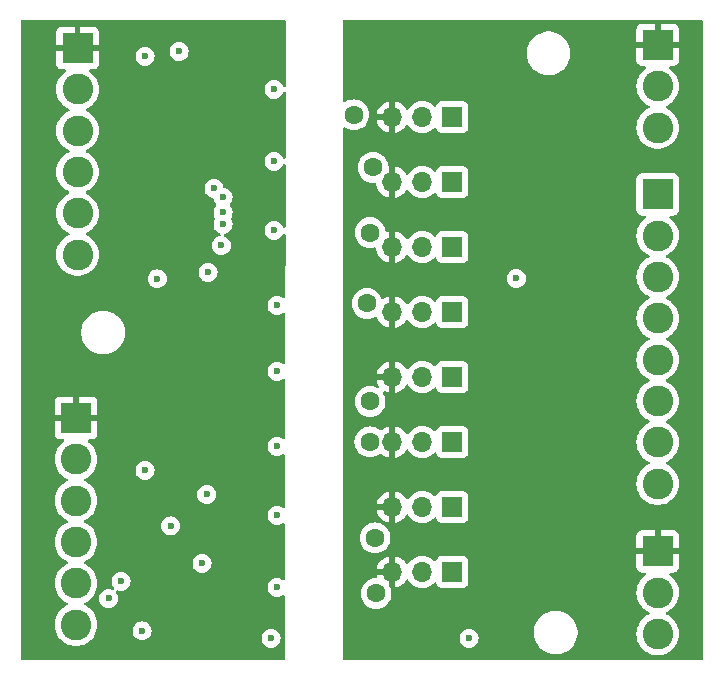
<source format=gbr>
%TF.GenerationSoftware,KiCad,Pcbnew,8.0.7*%
%TF.CreationDate,2025-01-01T13:37:10+01:00*%
%TF.ProjectId,expansion_a,65787061-6e73-4696-9f6e-5f612e6b6963,1*%
%TF.SameCoordinates,Original*%
%TF.FileFunction,Copper,L3,Inr*%
%TF.FilePolarity,Positive*%
%FSLAX46Y46*%
G04 Gerber Fmt 4.6, Leading zero omitted, Abs format (unit mm)*
G04 Created by KiCad (PCBNEW 8.0.7) date 2025-01-01 13:37:10*
%MOMM*%
%LPD*%
G01*
G04 APERTURE LIST*
%TA.AperFunction,ComponentPad*%
%ADD10R,1.700000X1.700000*%
%TD*%
%TA.AperFunction,ComponentPad*%
%ADD11O,1.700000X1.700000*%
%TD*%
%TA.AperFunction,ComponentPad*%
%ADD12R,2.600000X2.600000*%
%TD*%
%TA.AperFunction,ComponentPad*%
%ADD13C,2.600000*%
%TD*%
%TA.AperFunction,ViaPad*%
%ADD14C,0.600000*%
%TD*%
%TA.AperFunction,ViaPad*%
%ADD15C,1.600000*%
%TD*%
G04 APERTURE END LIST*
D10*
%TO.N,VSS*%
%TO.C,JP701*%
X105639000Y-64737000D03*
D11*
%TO.N,Net-(JP701-C)*%
X103099000Y-64737000D03*
%TO.N,Vdrive*%
X100559000Y-64737000D03*
%TD*%
D12*
%TO.N,Vdrive*%
%TO.C,J1101*%
X123037600Y-79502000D03*
D13*
%TO.N,GNDPWR*%
X123037600Y-83002000D03*
%TO.N,VSS*%
X123037600Y-86502000D03*
%TD*%
D10*
%TO.N,VSS*%
%TO.C,JP401*%
X105639000Y-48237000D03*
D11*
%TO.N,Net-(JP401-C)*%
X103099000Y-48237000D03*
%TO.N,Vdrive*%
X100559000Y-48237000D03*
%TD*%
D12*
%TO.N,/out1*%
%TO.C,J101*%
X123037600Y-49276000D03*
D13*
%TO.N,/out2*%
X123037600Y-52776000D03*
%TO.N,/out3*%
X123037600Y-56276000D03*
%TO.N,/out4*%
X123037600Y-59776000D03*
%TO.N,/out5*%
X123037600Y-63276000D03*
%TO.N,/out6*%
X123037600Y-66776000D03*
%TO.N,/out7*%
X123037600Y-70276000D03*
%TO.N,/out8*%
X123037600Y-73776000D03*
%TD*%
D12*
%TO.N,VCC*%
%TO.C,J202*%
X73914000Y-36886000D03*
D13*
%TO.N,GND*%
X73914000Y-40386000D03*
%TO.N,/Connector in/MOSI*%
X73914000Y-43886000D03*
%TO.N,/Connector in/MISO*%
X73914000Y-47386000D03*
%TO.N,/Connector in/CLK*%
X73914000Y-50886000D03*
%TO.N,/Connector in/CS*%
X73914000Y-54386000D03*
%TD*%
D12*
%TO.N,VCC*%
%TO.C,J1102*%
X73787000Y-68214000D03*
D13*
%TO.N,GND*%
X73787000Y-71714000D03*
%TO.N,/Connector out/MOSI*%
X73787000Y-75214000D03*
%TO.N,/Connector out/MISO*%
X73787000Y-78714000D03*
%TO.N,/Connector out/CLK*%
X73787000Y-82214000D03*
%TO.N,/Connector out/CS*%
X73787000Y-85714000D03*
%TD*%
D10*
%TO.N,VSS*%
%TO.C,JP601*%
X105639000Y-59237000D03*
D11*
%TO.N,Net-(JP601-C)*%
X103099000Y-59237000D03*
%TO.N,Vdrive*%
X100559000Y-59237000D03*
%TD*%
D10*
%TO.N,VSS*%
%TO.C,JP501*%
X105639000Y-53737000D03*
D11*
%TO.N,Net-(JP501-C)*%
X103099000Y-53737000D03*
%TO.N,Vdrive*%
X100559000Y-53737000D03*
%TD*%
D10*
%TO.N,VSS*%
%TO.C,JP1001*%
X105639000Y-81237000D03*
D11*
%TO.N,Net-(JP1001-C)*%
X103099000Y-81237000D03*
%TO.N,Vdrive*%
X100559000Y-81237000D03*
%TD*%
D10*
%TO.N,VSS*%
%TO.C,JP301*%
X105639000Y-42737000D03*
D11*
%TO.N,Net-(JP301-C)*%
X103099000Y-42737000D03*
%TO.N,Vdrive*%
X100559000Y-42737000D03*
%TD*%
D10*
%TO.N,VSS*%
%TO.C,JP801*%
X105639000Y-70237000D03*
D11*
%TO.N,Net-(JP801-C)*%
X103099000Y-70237000D03*
%TO.N,Vdrive*%
X100559000Y-70237000D03*
%TD*%
D10*
%TO.N,VSS*%
%TO.C,JP901*%
X105639000Y-75737000D03*
D11*
%TO.N,Net-(JP901-C)*%
X103099000Y-75737000D03*
%TO.N,Vdrive*%
X100559000Y-75737000D03*
%TD*%
D12*
%TO.N,Vdrive*%
%TO.C,J201*%
X123037600Y-36627800D03*
D13*
%TO.N,GNDPWR*%
X123037600Y-40127800D03*
%TO.N,VSS*%
X123037600Y-43627800D03*
%TD*%
D14*
%TO.N,VCC*%
X87757000Y-85867000D03*
X86091000Y-72405000D03*
X87503000Y-44719000D03*
%TO.N,GND*%
X79629000Y-72659000D03*
X79373270Y-86233000D03*
X90805000Y-64277000D03*
X90551000Y-46497000D03*
X90805000Y-82565000D03*
X111061500Y-56403000D03*
X86091000Y-53609000D03*
X80670400Y-56438800D03*
X90805000Y-58689000D03*
X90551000Y-40401000D03*
X90805000Y-76469000D03*
X84455000Y-80533000D03*
X90551000Y-52339000D03*
X90805000Y-70627000D03*
X86233000Y-49545000D03*
D15*
%TO.N,/out4*%
X98425000Y-58517000D03*
D14*
%TO.N,/Connector in/MISO*%
X76545988Y-83494979D03*
%TO.N,/Connector out/CS*%
X86233000Y-50815000D03*
%TO.N,/Connector out/CLK*%
X84851000Y-74691000D03*
X86233000Y-51831000D03*
%TO.N,/Connector out/MOSI*%
X84963000Y-55895000D03*
%TO.N,/Connector out/MISO*%
X77597000Y-82057004D03*
D15*
%TO.N,/out1*%
X97299000Y-42541631D03*
%TO.N,/out7*%
X99104518Y-78366989D03*
%TO.N,/out3*%
X98679000Y-52517000D03*
%TO.N,/out6*%
X98663598Y-70237000D03*
%TO.N,/out2*%
X98941382Y-46996548D03*
%TO.N,/out5*%
X98679000Y-66817000D03*
%TO.N,/out8*%
X99187000Y-83073000D03*
D14*
%TO.N,/set1*%
X79629000Y-37607000D03*
X82510263Y-37186263D03*
%TO.N,/set5*%
X107061000Y-86883000D03*
X90297000Y-86883000D03*
%TO.N,Net-(U101-O1)*%
X81788656Y-77358656D03*
X85471000Y-48783000D03*
%TD*%
%TA.AperFunction,Conductor*%
%TO.N,Vdrive*%
G36*
X126771539Y-34511185D02*
G01*
X126817294Y-34563989D01*
X126828500Y-34615500D01*
X126828500Y-88604500D01*
X126808815Y-88671539D01*
X126756011Y-88717294D01*
X126704500Y-88728500D01*
X96491600Y-88728500D01*
X96424561Y-88708815D01*
X96378806Y-88656011D01*
X96367600Y-88604500D01*
X96367600Y-86882996D01*
X106255435Y-86882996D01*
X106255435Y-86883003D01*
X106275630Y-87062249D01*
X106275631Y-87062254D01*
X106335211Y-87232523D01*
X106368434Y-87285396D01*
X106431184Y-87385262D01*
X106558738Y-87512816D01*
X106711478Y-87608789D01*
X106881745Y-87668368D01*
X106881750Y-87668369D01*
X107060996Y-87688565D01*
X107061000Y-87688565D01*
X107061004Y-87688565D01*
X107240249Y-87668369D01*
X107240252Y-87668368D01*
X107240255Y-87668368D01*
X107410522Y-87608789D01*
X107563262Y-87512816D01*
X107690816Y-87385262D01*
X107786789Y-87232522D01*
X107846368Y-87062255D01*
X107849530Y-87034195D01*
X107866565Y-86883003D01*
X107866565Y-86882996D01*
X107846369Y-86703750D01*
X107846368Y-86703745D01*
X107786788Y-86533476D01*
X107690815Y-86380737D01*
X107563789Y-86253711D01*
X112551100Y-86253711D01*
X112551100Y-86496288D01*
X112578411Y-86703745D01*
X112582762Y-86736789D01*
X112614154Y-86853944D01*
X112645547Y-86971104D01*
X112738373Y-87195205D01*
X112738376Y-87195212D01*
X112859664Y-87405289D01*
X112859666Y-87405292D01*
X112859667Y-87405293D01*
X113007333Y-87597736D01*
X113007339Y-87597743D01*
X113178856Y-87769260D01*
X113178862Y-87769265D01*
X113371311Y-87916936D01*
X113581388Y-88038224D01*
X113805500Y-88131054D01*
X114039811Y-88193838D01*
X114220186Y-88217584D01*
X114280311Y-88225500D01*
X114280312Y-88225500D01*
X114522889Y-88225500D01*
X114570988Y-88219167D01*
X114763389Y-88193838D01*
X114997700Y-88131054D01*
X115221812Y-88038224D01*
X115431889Y-87916936D01*
X115624338Y-87769265D01*
X115795865Y-87597738D01*
X115943536Y-87405289D01*
X116064824Y-87195212D01*
X116157654Y-86971100D01*
X116220438Y-86736789D01*
X116252100Y-86496288D01*
X116252100Y-86253712D01*
X116252030Y-86253184D01*
X116220438Y-86013214D01*
X116220438Y-86013211D01*
X116157654Y-85778900D01*
X116064824Y-85554788D01*
X115943536Y-85344711D01*
X115795865Y-85152262D01*
X115795860Y-85152256D01*
X115624343Y-84980739D01*
X115624336Y-84980733D01*
X115431893Y-84833067D01*
X115431892Y-84833066D01*
X115431889Y-84833064D01*
X115221812Y-84711776D01*
X115221805Y-84711773D01*
X114997704Y-84618947D01*
X114798813Y-84565654D01*
X114763389Y-84556162D01*
X114763388Y-84556161D01*
X114763385Y-84556161D01*
X114522889Y-84524500D01*
X114522888Y-84524500D01*
X114280312Y-84524500D01*
X114280311Y-84524500D01*
X114039814Y-84556161D01*
X113805495Y-84618947D01*
X113581394Y-84711773D01*
X113581385Y-84711777D01*
X113371306Y-84833067D01*
X113178863Y-84980733D01*
X113178856Y-84980739D01*
X113007339Y-85152256D01*
X113007333Y-85152263D01*
X112859667Y-85344706D01*
X112738377Y-85554785D01*
X112738373Y-85554794D01*
X112645547Y-85778895D01*
X112582761Y-86013214D01*
X112551100Y-86253711D01*
X107563789Y-86253711D01*
X107563262Y-86253184D01*
X107410523Y-86157211D01*
X107240254Y-86097631D01*
X107240249Y-86097630D01*
X107061004Y-86077435D01*
X107060996Y-86077435D01*
X106881750Y-86097630D01*
X106881745Y-86097631D01*
X106711476Y-86157211D01*
X106558737Y-86253184D01*
X106431184Y-86380737D01*
X106335211Y-86533476D01*
X106275631Y-86703745D01*
X106275630Y-86703750D01*
X106255435Y-86882996D01*
X96367600Y-86882996D01*
X96367600Y-83072998D01*
X97881532Y-83072998D01*
X97881532Y-83073001D01*
X97901364Y-83299686D01*
X97901366Y-83299697D01*
X97960258Y-83519488D01*
X97960261Y-83519497D01*
X98056431Y-83725732D01*
X98056432Y-83725734D01*
X98186954Y-83912141D01*
X98347858Y-84073045D01*
X98347861Y-84073047D01*
X98534266Y-84203568D01*
X98740504Y-84299739D01*
X98960308Y-84358635D01*
X99122230Y-84372801D01*
X99186998Y-84378468D01*
X99187000Y-84378468D01*
X99187002Y-84378468D01*
X99243673Y-84373509D01*
X99413692Y-84358635D01*
X99633496Y-84299739D01*
X99839734Y-84203568D01*
X100026139Y-84073047D01*
X100187047Y-83912139D01*
X100317568Y-83725734D01*
X100413739Y-83519496D01*
X100472635Y-83299692D01*
X100492468Y-83073000D01*
X100486256Y-83001995D01*
X121232051Y-83001995D01*
X121232051Y-83002004D01*
X121252216Y-83271101D01*
X121312264Y-83534188D01*
X121312266Y-83534195D01*
X121387439Y-83725732D01*
X121410857Y-83785398D01*
X121545785Y-84019102D01*
X121588805Y-84073047D01*
X121714042Y-84230089D01*
X121789110Y-84299741D01*
X121911859Y-84413635D01*
X122134826Y-84565651D01*
X122134829Y-84565652D01*
X122134830Y-84565653D01*
X122289794Y-84640280D01*
X122341653Y-84687103D01*
X122359966Y-84754530D01*
X122338918Y-84821154D01*
X122289794Y-84863720D01*
X122134830Y-84938346D01*
X121911858Y-85090365D01*
X121714042Y-85273910D01*
X121545785Y-85484898D01*
X121410858Y-85718599D01*
X121410856Y-85718603D01*
X121312266Y-85969804D01*
X121312264Y-85969811D01*
X121252216Y-86232898D01*
X121232051Y-86501995D01*
X121232051Y-86502004D01*
X121252216Y-86771101D01*
X121312264Y-87034188D01*
X121312266Y-87034195D01*
X121323276Y-87062249D01*
X121410857Y-87285398D01*
X121545785Y-87519102D01*
X121664821Y-87668368D01*
X121714042Y-87730089D01*
X121900783Y-87903358D01*
X121911859Y-87913635D01*
X122134826Y-88065651D01*
X122377959Y-88182738D01*
X122635828Y-88262280D01*
X122635829Y-88262280D01*
X122635832Y-88262281D01*
X122902663Y-88302499D01*
X122902668Y-88302499D01*
X122902671Y-88302500D01*
X122902672Y-88302500D01*
X123172528Y-88302500D01*
X123172529Y-88302500D01*
X123172536Y-88302499D01*
X123439367Y-88262281D01*
X123439368Y-88262280D01*
X123439372Y-88262280D01*
X123697241Y-88182738D01*
X123940375Y-88065651D01*
X124163341Y-87913635D01*
X124361161Y-87730085D01*
X124529415Y-87519102D01*
X124664343Y-87285398D01*
X124762934Y-87034195D01*
X124822983Y-86771103D01*
X124840790Y-86533478D01*
X124843149Y-86502004D01*
X124843149Y-86501995D01*
X124822983Y-86232898D01*
X124805708Y-86157211D01*
X124762934Y-85969805D01*
X124664343Y-85718602D01*
X124529415Y-85484898D01*
X124361161Y-85273915D01*
X124361160Y-85273914D01*
X124361157Y-85273910D01*
X124163341Y-85090365D01*
X123940375Y-84938349D01*
X123940369Y-84938346D01*
X123940368Y-84938345D01*
X123940367Y-84938344D01*
X123785406Y-84863720D01*
X123733546Y-84816898D01*
X123715233Y-84749471D01*
X123736281Y-84682847D01*
X123785406Y-84640280D01*
X123940367Y-84565655D01*
X123940367Y-84565654D01*
X123940375Y-84565651D01*
X124163341Y-84413635D01*
X124361161Y-84230085D01*
X124529415Y-84019102D01*
X124664343Y-83785398D01*
X124762934Y-83534195D01*
X124822983Y-83271103D01*
X124829705Y-83181402D01*
X124843149Y-83002004D01*
X124843149Y-83001995D01*
X124822983Y-82732898D01*
X124798701Y-82626511D01*
X124762934Y-82469805D01*
X124664343Y-82218602D01*
X124529415Y-81984898D01*
X124361161Y-81773915D01*
X124361160Y-81773914D01*
X124361157Y-81773910D01*
X124163341Y-81590365D01*
X124072531Y-81528451D01*
X124028231Y-81474425D01*
X124020172Y-81405022D01*
X124050915Y-81342279D01*
X124110699Y-81306117D01*
X124142385Y-81302000D01*
X124385428Y-81302000D01*
X124385444Y-81301999D01*
X124444972Y-81295598D01*
X124444979Y-81295596D01*
X124579686Y-81245354D01*
X124579693Y-81245350D01*
X124694787Y-81159190D01*
X124694790Y-81159187D01*
X124780950Y-81044093D01*
X124780954Y-81044086D01*
X124831196Y-80909379D01*
X124831198Y-80909372D01*
X124837599Y-80849844D01*
X124837600Y-80849827D01*
X124837600Y-79752000D01*
X123637601Y-79752000D01*
X123662621Y-79691598D01*
X123687600Y-79566019D01*
X123687600Y-79437981D01*
X123662621Y-79312402D01*
X123637601Y-79252000D01*
X124837600Y-79252000D01*
X124837600Y-78154172D01*
X124837599Y-78154155D01*
X124831198Y-78094627D01*
X124831196Y-78094620D01*
X124780954Y-77959913D01*
X124780950Y-77959906D01*
X124694790Y-77844812D01*
X124694787Y-77844809D01*
X124579693Y-77758649D01*
X124579686Y-77758645D01*
X124444979Y-77708403D01*
X124444972Y-77708401D01*
X124385444Y-77702000D01*
X123287600Y-77702000D01*
X123287600Y-78901998D01*
X123227198Y-78876979D01*
X123101619Y-78852000D01*
X122973581Y-78852000D01*
X122848002Y-78876979D01*
X122787600Y-78901998D01*
X122787600Y-77702000D01*
X121689755Y-77702000D01*
X121630227Y-77708401D01*
X121630220Y-77708403D01*
X121495513Y-77758645D01*
X121495506Y-77758649D01*
X121380412Y-77844809D01*
X121380409Y-77844812D01*
X121294249Y-77959906D01*
X121294245Y-77959913D01*
X121244003Y-78094620D01*
X121244001Y-78094627D01*
X121237600Y-78154155D01*
X121237600Y-79252000D01*
X122437599Y-79252000D01*
X122412579Y-79312402D01*
X122387600Y-79437981D01*
X122387600Y-79566019D01*
X122412579Y-79691598D01*
X122437599Y-79752000D01*
X121237600Y-79752000D01*
X121237600Y-80849844D01*
X121244001Y-80909372D01*
X121244003Y-80909379D01*
X121294245Y-81044086D01*
X121294249Y-81044093D01*
X121380409Y-81159187D01*
X121380412Y-81159190D01*
X121495506Y-81245350D01*
X121495513Y-81245354D01*
X121630220Y-81295596D01*
X121630227Y-81295598D01*
X121689755Y-81301999D01*
X121689772Y-81302000D01*
X121932815Y-81302000D01*
X121999854Y-81321685D01*
X122045609Y-81374489D01*
X122055553Y-81443647D01*
X122026528Y-81507203D01*
X122002670Y-81528450D01*
X121979854Y-81544007D01*
X121911858Y-81590365D01*
X121714042Y-81773910D01*
X121545785Y-81984898D01*
X121410858Y-82218599D01*
X121410856Y-82218603D01*
X121312266Y-82469804D01*
X121312264Y-82469811D01*
X121252216Y-82732898D01*
X121232051Y-83001995D01*
X100486256Y-83001995D01*
X100472635Y-82846308D01*
X100413739Y-82626504D01*
X100320617Y-82426806D01*
X100309000Y-82374402D01*
X100309000Y-81670012D01*
X100366007Y-81702925D01*
X100493174Y-81737000D01*
X100624826Y-81737000D01*
X100751993Y-81702925D01*
X100809000Y-81670012D01*
X100809000Y-82567633D01*
X101022483Y-82510433D01*
X101022492Y-82510429D01*
X101236578Y-82410600D01*
X101430082Y-82275105D01*
X101597105Y-82108082D01*
X101727119Y-81922405D01*
X101781696Y-81878781D01*
X101851195Y-81871588D01*
X101913549Y-81903110D01*
X101930269Y-81922405D01*
X102060505Y-82108401D01*
X102227599Y-82275495D01*
X102324384Y-82343265D01*
X102421165Y-82411032D01*
X102421167Y-82411033D01*
X102421170Y-82411035D01*
X102635337Y-82510903D01*
X102863592Y-82572063D01*
X103040034Y-82587500D01*
X103098999Y-82592659D01*
X103099000Y-82592659D01*
X103099001Y-82592659D01*
X103157966Y-82587500D01*
X103334408Y-82572063D01*
X103562663Y-82510903D01*
X103776830Y-82411035D01*
X103970401Y-82275495D01*
X104092329Y-82153566D01*
X104153648Y-82120084D01*
X104223340Y-82125068D01*
X104279274Y-82166939D01*
X104296189Y-82197917D01*
X104345202Y-82329328D01*
X104345206Y-82329335D01*
X104431452Y-82444544D01*
X104431455Y-82444547D01*
X104546664Y-82530793D01*
X104546671Y-82530797D01*
X104681517Y-82581091D01*
X104681516Y-82581091D01*
X104688444Y-82581835D01*
X104741127Y-82587500D01*
X106536872Y-82587499D01*
X106596483Y-82581091D01*
X106731331Y-82530796D01*
X106846546Y-82444546D01*
X106932796Y-82329331D01*
X106983091Y-82194483D01*
X106989500Y-82134873D01*
X106989499Y-80339128D01*
X106983091Y-80279517D01*
X106981810Y-80276083D01*
X106932797Y-80144671D01*
X106932793Y-80144664D01*
X106846547Y-80029455D01*
X106846544Y-80029452D01*
X106731335Y-79943206D01*
X106731328Y-79943202D01*
X106596482Y-79892908D01*
X106596483Y-79892908D01*
X106536883Y-79886501D01*
X106536881Y-79886500D01*
X106536873Y-79886500D01*
X106536864Y-79886500D01*
X104741129Y-79886500D01*
X104741123Y-79886501D01*
X104681516Y-79892908D01*
X104546671Y-79943202D01*
X104546664Y-79943206D01*
X104431455Y-80029452D01*
X104431452Y-80029455D01*
X104345206Y-80144664D01*
X104345203Y-80144669D01*
X104296189Y-80276083D01*
X104254317Y-80332016D01*
X104188853Y-80356433D01*
X104120580Y-80341581D01*
X104092326Y-80320430D01*
X103970402Y-80198506D01*
X103970395Y-80198501D01*
X103776834Y-80062967D01*
X103776830Y-80062965D01*
X103776828Y-80062964D01*
X103562663Y-79963097D01*
X103562659Y-79963096D01*
X103562655Y-79963094D01*
X103334413Y-79901938D01*
X103334403Y-79901936D01*
X103099001Y-79881341D01*
X103098999Y-79881341D01*
X102863596Y-79901936D01*
X102863586Y-79901938D01*
X102635344Y-79963094D01*
X102635335Y-79963098D01*
X102421171Y-80062964D01*
X102421169Y-80062965D01*
X102227597Y-80198505D01*
X102060508Y-80365594D01*
X101930269Y-80551595D01*
X101875692Y-80595219D01*
X101806193Y-80602412D01*
X101743839Y-80570890D01*
X101727119Y-80551594D01*
X101597113Y-80365926D01*
X101597108Y-80365920D01*
X101430082Y-80198894D01*
X101236578Y-80063399D01*
X101022492Y-79963570D01*
X101022486Y-79963567D01*
X100809000Y-79906364D01*
X100809000Y-80803988D01*
X100751993Y-80771075D01*
X100624826Y-80737000D01*
X100493174Y-80737000D01*
X100366007Y-80771075D01*
X100309000Y-80803988D01*
X100309000Y-79906364D01*
X100308999Y-79906364D01*
X100095513Y-79963567D01*
X100095507Y-79963570D01*
X99881422Y-80063399D01*
X99881420Y-80063400D01*
X99687926Y-80198886D01*
X99687920Y-80198891D01*
X99520891Y-80365920D01*
X99520886Y-80365926D01*
X99385400Y-80559420D01*
X99385399Y-80559422D01*
X99285570Y-80773507D01*
X99285567Y-80773513D01*
X99228364Y-80986999D01*
X99228364Y-80987000D01*
X100125988Y-80987000D01*
X100093075Y-81044007D01*
X100059000Y-81171174D01*
X100059000Y-81302826D01*
X100093075Y-81429993D01*
X100125988Y-81487000D01*
X99228364Y-81487000D01*
X99262615Y-81614827D01*
X99260952Y-81684677D01*
X99221790Y-81742540D01*
X99157561Y-81770044D01*
X99153648Y-81770449D01*
X98960312Y-81787364D01*
X98960302Y-81787366D01*
X98740511Y-81846258D01*
X98740502Y-81846261D01*
X98534267Y-81942431D01*
X98534265Y-81942432D01*
X98347858Y-82072954D01*
X98186954Y-82233858D01*
X98056432Y-82420265D01*
X98056431Y-82420267D01*
X97960261Y-82626502D01*
X97960258Y-82626511D01*
X97901366Y-82846302D01*
X97901364Y-82846313D01*
X97881532Y-83072998D01*
X96367600Y-83072998D01*
X96367600Y-78366987D01*
X97799050Y-78366987D01*
X97799050Y-78366990D01*
X97818882Y-78593675D01*
X97818884Y-78593686D01*
X97877776Y-78813477D01*
X97877779Y-78813486D01*
X97973949Y-79019721D01*
X97973950Y-79019723D01*
X98104472Y-79206130D01*
X98265376Y-79367034D01*
X98265379Y-79367036D01*
X98451784Y-79497557D01*
X98658022Y-79593728D01*
X98877826Y-79652624D01*
X99039748Y-79666790D01*
X99104516Y-79672457D01*
X99104518Y-79672457D01*
X99104520Y-79672457D01*
X99161191Y-79667498D01*
X99331210Y-79652624D01*
X99551014Y-79593728D01*
X99757252Y-79497557D01*
X99943657Y-79367036D01*
X100104565Y-79206128D01*
X100235086Y-79019723D01*
X100331257Y-78813485D01*
X100390153Y-78593681D01*
X100409986Y-78366989D01*
X100390153Y-78140297D01*
X100331257Y-77920493D01*
X100235086Y-77714255D01*
X100104565Y-77527850D01*
X100104563Y-77527847D01*
X99943659Y-77366943D01*
X99757252Y-77236421D01*
X99757250Y-77236420D01*
X99551015Y-77140250D01*
X99551006Y-77140247D01*
X99331215Y-77081355D01*
X99331211Y-77081354D01*
X99331210Y-77081354D01*
X99331209Y-77081353D01*
X99331204Y-77081353D01*
X99104520Y-77061521D01*
X99104516Y-77061521D01*
X98877831Y-77081353D01*
X98877820Y-77081355D01*
X98658029Y-77140247D01*
X98658020Y-77140250D01*
X98451785Y-77236420D01*
X98451783Y-77236421D01*
X98265376Y-77366943D01*
X98104472Y-77527847D01*
X97973950Y-77714254D01*
X97973949Y-77714256D01*
X97877779Y-77920491D01*
X97877776Y-77920500D01*
X97818884Y-78140291D01*
X97818882Y-78140302D01*
X97799050Y-78366987D01*
X96367600Y-78366987D01*
X96367600Y-75486999D01*
X99228364Y-75486999D01*
X99228364Y-75487000D01*
X100125988Y-75487000D01*
X100093075Y-75544007D01*
X100059000Y-75671174D01*
X100059000Y-75802826D01*
X100093075Y-75929993D01*
X100125988Y-75987000D01*
X99228364Y-75987000D01*
X99285567Y-76200486D01*
X99285570Y-76200492D01*
X99385399Y-76414578D01*
X99520894Y-76608082D01*
X99687917Y-76775105D01*
X99881421Y-76910600D01*
X100095507Y-77010429D01*
X100095516Y-77010433D01*
X100309000Y-77067634D01*
X100309000Y-76170012D01*
X100366007Y-76202925D01*
X100493174Y-76237000D01*
X100624826Y-76237000D01*
X100751993Y-76202925D01*
X100809000Y-76170012D01*
X100809000Y-77067633D01*
X101022483Y-77010433D01*
X101022492Y-77010429D01*
X101236578Y-76910600D01*
X101430082Y-76775105D01*
X101597105Y-76608082D01*
X101727119Y-76422405D01*
X101781696Y-76378781D01*
X101851195Y-76371588D01*
X101913549Y-76403110D01*
X101930269Y-76422405D01*
X102060505Y-76608401D01*
X102227599Y-76775495D01*
X102324384Y-76843265D01*
X102421165Y-76911032D01*
X102421167Y-76911033D01*
X102421170Y-76911035D01*
X102635337Y-77010903D01*
X102863592Y-77072063D01*
X103040034Y-77087500D01*
X103098999Y-77092659D01*
X103099000Y-77092659D01*
X103099001Y-77092659D01*
X103157966Y-77087500D01*
X103334408Y-77072063D01*
X103562663Y-77010903D01*
X103776830Y-76911035D01*
X103970401Y-76775495D01*
X104092329Y-76653566D01*
X104153648Y-76620084D01*
X104223340Y-76625068D01*
X104279274Y-76666939D01*
X104296189Y-76697917D01*
X104345202Y-76829328D01*
X104345206Y-76829335D01*
X104431452Y-76944544D01*
X104431455Y-76944547D01*
X104546664Y-77030793D01*
X104546671Y-77030797D01*
X104681517Y-77081091D01*
X104681516Y-77081091D01*
X104683963Y-77081354D01*
X104741127Y-77087500D01*
X106536872Y-77087499D01*
X106596483Y-77081091D01*
X106731331Y-77030796D01*
X106846546Y-76944546D01*
X106932796Y-76829331D01*
X106983091Y-76694483D01*
X106989500Y-76634873D01*
X106989499Y-74839128D01*
X106983091Y-74779517D01*
X106981810Y-74776083D01*
X106932797Y-74644671D01*
X106932793Y-74644664D01*
X106846547Y-74529455D01*
X106846544Y-74529452D01*
X106731335Y-74443206D01*
X106731328Y-74443202D01*
X106596482Y-74392908D01*
X106596483Y-74392908D01*
X106536883Y-74386501D01*
X106536881Y-74386500D01*
X106536873Y-74386500D01*
X106536864Y-74386500D01*
X104741129Y-74386500D01*
X104741123Y-74386501D01*
X104681516Y-74392908D01*
X104546671Y-74443202D01*
X104546664Y-74443206D01*
X104431455Y-74529452D01*
X104431452Y-74529455D01*
X104345206Y-74644664D01*
X104345203Y-74644669D01*
X104296189Y-74776083D01*
X104254317Y-74832016D01*
X104188853Y-74856433D01*
X104120580Y-74841581D01*
X104092326Y-74820430D01*
X103970402Y-74698506D01*
X103970395Y-74698501D01*
X103776834Y-74562967D01*
X103776830Y-74562965D01*
X103769176Y-74559396D01*
X103562663Y-74463097D01*
X103562659Y-74463096D01*
X103562655Y-74463094D01*
X103334413Y-74401938D01*
X103334403Y-74401936D01*
X103099001Y-74381341D01*
X103098999Y-74381341D01*
X102863596Y-74401936D01*
X102863586Y-74401938D01*
X102635344Y-74463094D01*
X102635335Y-74463098D01*
X102421171Y-74562964D01*
X102421169Y-74562965D01*
X102227597Y-74698505D01*
X102060508Y-74865594D01*
X101930269Y-75051595D01*
X101875692Y-75095219D01*
X101806193Y-75102412D01*
X101743839Y-75070890D01*
X101727119Y-75051594D01*
X101597113Y-74865926D01*
X101597108Y-74865920D01*
X101430082Y-74698894D01*
X101236578Y-74563399D01*
X101022492Y-74463570D01*
X101022486Y-74463567D01*
X100809000Y-74406364D01*
X100809000Y-75303988D01*
X100751993Y-75271075D01*
X100624826Y-75237000D01*
X100493174Y-75237000D01*
X100366007Y-75271075D01*
X100309000Y-75303988D01*
X100309000Y-74406364D01*
X100308999Y-74406364D01*
X100095513Y-74463567D01*
X100095507Y-74463570D01*
X99881422Y-74563399D01*
X99881420Y-74563400D01*
X99687926Y-74698886D01*
X99687920Y-74698891D01*
X99520891Y-74865920D01*
X99520886Y-74865926D01*
X99385400Y-75059420D01*
X99385399Y-75059422D01*
X99285570Y-75273507D01*
X99285567Y-75273513D01*
X99228364Y-75486999D01*
X96367600Y-75486999D01*
X96367600Y-70236998D01*
X97358130Y-70236998D01*
X97358130Y-70237001D01*
X97377962Y-70463686D01*
X97377964Y-70463697D01*
X97436856Y-70683488D01*
X97436859Y-70683497D01*
X97533029Y-70889732D01*
X97533030Y-70889734D01*
X97663552Y-71076141D01*
X97824456Y-71237045D01*
X97824459Y-71237047D01*
X98010864Y-71367568D01*
X98217102Y-71463739D01*
X98436906Y-71522635D01*
X98598828Y-71536801D01*
X98663596Y-71542468D01*
X98663598Y-71542468D01*
X98663600Y-71542468D01*
X98720271Y-71537509D01*
X98890290Y-71522635D01*
X99110094Y-71463739D01*
X99316332Y-71367568D01*
X99502737Y-71237047D01*
X99502737Y-71237046D01*
X99504038Y-71236136D01*
X99570244Y-71213809D01*
X99638012Y-71230819D01*
X99662842Y-71250030D01*
X99687917Y-71275105D01*
X99881421Y-71410600D01*
X100095507Y-71510429D01*
X100095516Y-71510433D01*
X100309000Y-71567634D01*
X100309000Y-70670012D01*
X100366007Y-70702925D01*
X100493174Y-70737000D01*
X100624826Y-70737000D01*
X100751993Y-70702925D01*
X100809000Y-70670012D01*
X100809000Y-71567633D01*
X101022483Y-71510433D01*
X101022492Y-71510429D01*
X101236578Y-71410600D01*
X101430082Y-71275105D01*
X101597105Y-71108082D01*
X101727119Y-70922405D01*
X101781696Y-70878781D01*
X101851195Y-70871588D01*
X101913549Y-70903110D01*
X101930269Y-70922405D01*
X102060505Y-71108401D01*
X102227599Y-71275495D01*
X102324384Y-71343265D01*
X102421165Y-71411032D01*
X102421167Y-71411033D01*
X102421170Y-71411035D01*
X102635337Y-71510903D01*
X102863592Y-71572063D01*
X103040034Y-71587500D01*
X103098999Y-71592659D01*
X103099000Y-71592659D01*
X103099001Y-71592659D01*
X103157966Y-71587500D01*
X103334408Y-71572063D01*
X103562663Y-71510903D01*
X103776830Y-71411035D01*
X103970401Y-71275495D01*
X104092329Y-71153566D01*
X104153648Y-71120084D01*
X104223340Y-71125068D01*
X104279274Y-71166939D01*
X104296189Y-71197917D01*
X104345202Y-71329328D01*
X104345206Y-71329335D01*
X104431452Y-71444544D01*
X104431455Y-71444547D01*
X104546664Y-71530793D01*
X104546671Y-71530797D01*
X104681517Y-71581091D01*
X104681516Y-71581091D01*
X104688444Y-71581835D01*
X104741127Y-71587500D01*
X106536872Y-71587499D01*
X106596483Y-71581091D01*
X106731331Y-71530796D01*
X106846546Y-71444546D01*
X106932796Y-71329331D01*
X106983091Y-71194483D01*
X106989500Y-71134873D01*
X106989499Y-69339128D01*
X106983091Y-69279517D01*
X106981810Y-69276083D01*
X106932797Y-69144671D01*
X106932793Y-69144664D01*
X106846547Y-69029455D01*
X106846544Y-69029452D01*
X106731335Y-68943206D01*
X106731328Y-68943202D01*
X106596482Y-68892908D01*
X106596483Y-68892908D01*
X106536883Y-68886501D01*
X106536881Y-68886500D01*
X106536873Y-68886500D01*
X106536864Y-68886500D01*
X104741129Y-68886500D01*
X104741123Y-68886501D01*
X104681516Y-68892908D01*
X104546671Y-68943202D01*
X104546664Y-68943206D01*
X104431455Y-69029452D01*
X104431452Y-69029455D01*
X104345206Y-69144664D01*
X104345203Y-69144669D01*
X104296189Y-69276083D01*
X104254317Y-69332016D01*
X104188853Y-69356433D01*
X104120580Y-69341581D01*
X104092326Y-69320430D01*
X103970402Y-69198506D01*
X103970395Y-69198501D01*
X103776834Y-69062967D01*
X103776830Y-69062965D01*
X103744555Y-69047915D01*
X103562663Y-68963097D01*
X103562659Y-68963096D01*
X103562655Y-68963094D01*
X103334413Y-68901938D01*
X103334403Y-68901936D01*
X103099001Y-68881341D01*
X103098999Y-68881341D01*
X102863596Y-68901936D01*
X102863586Y-68901938D01*
X102635344Y-68963094D01*
X102635335Y-68963098D01*
X102421171Y-69062964D01*
X102421169Y-69062965D01*
X102227597Y-69198505D01*
X102060508Y-69365594D01*
X101930269Y-69551595D01*
X101875692Y-69595219D01*
X101806193Y-69602412D01*
X101743839Y-69570890D01*
X101727119Y-69551594D01*
X101597113Y-69365926D01*
X101597108Y-69365920D01*
X101430082Y-69198894D01*
X101236578Y-69063399D01*
X101022492Y-68963570D01*
X101022486Y-68963567D01*
X100809000Y-68906364D01*
X100809000Y-69803988D01*
X100751993Y-69771075D01*
X100624826Y-69737000D01*
X100493174Y-69737000D01*
X100366007Y-69771075D01*
X100309000Y-69803988D01*
X100309000Y-68906364D01*
X100308999Y-68906364D01*
X100095513Y-68963567D01*
X100095507Y-68963570D01*
X99881422Y-69063399D01*
X99881420Y-69063400D01*
X99687926Y-69198886D01*
X99662841Y-69223971D01*
X99601517Y-69257455D01*
X99531825Y-69252469D01*
X99504038Y-69237863D01*
X99316332Y-69106432D01*
X99316330Y-69106431D01*
X99110095Y-69010261D01*
X99110086Y-69010258D01*
X98890295Y-68951366D01*
X98890291Y-68951365D01*
X98890290Y-68951365D01*
X98890289Y-68951364D01*
X98890284Y-68951364D01*
X98663600Y-68931532D01*
X98663596Y-68931532D01*
X98436911Y-68951364D01*
X98436900Y-68951366D01*
X98217109Y-69010258D01*
X98217100Y-69010261D01*
X98010865Y-69106431D01*
X98010863Y-69106432D01*
X97824456Y-69236954D01*
X97663552Y-69397858D01*
X97533030Y-69584265D01*
X97533029Y-69584267D01*
X97436859Y-69790502D01*
X97436856Y-69790511D01*
X97377964Y-70010302D01*
X97377962Y-70010313D01*
X97358130Y-70236998D01*
X96367600Y-70236998D01*
X96367600Y-66816998D01*
X97373532Y-66816998D01*
X97373532Y-66817001D01*
X97393364Y-67043686D01*
X97393366Y-67043697D01*
X97452258Y-67263488D01*
X97452261Y-67263497D01*
X97548431Y-67469732D01*
X97548432Y-67469734D01*
X97678954Y-67656141D01*
X97839858Y-67817045D01*
X97839861Y-67817047D01*
X98026266Y-67947568D01*
X98232504Y-68043739D01*
X98452308Y-68102635D01*
X98614230Y-68116801D01*
X98678998Y-68122468D01*
X98679000Y-68122468D01*
X98679002Y-68122468D01*
X98735673Y-68117509D01*
X98905692Y-68102635D01*
X99125496Y-68043739D01*
X99331734Y-67947568D01*
X99518139Y-67817047D01*
X99679047Y-67656139D01*
X99809568Y-67469734D01*
X99905739Y-67263496D01*
X99964635Y-67043692D01*
X99984468Y-66817000D01*
X99964635Y-66590308D01*
X99905739Y-66370504D01*
X99809568Y-66164266D01*
X99776438Y-66116951D01*
X99754112Y-66050747D01*
X99771122Y-65982980D01*
X99822071Y-65935167D01*
X99890780Y-65922489D01*
X99930419Y-65933448D01*
X100095507Y-66010429D01*
X100095516Y-66010433D01*
X100309000Y-66067634D01*
X100309000Y-65170012D01*
X100366007Y-65202925D01*
X100493174Y-65237000D01*
X100624826Y-65237000D01*
X100751993Y-65202925D01*
X100809000Y-65170012D01*
X100809000Y-66067633D01*
X101022483Y-66010433D01*
X101022492Y-66010429D01*
X101236578Y-65910600D01*
X101430082Y-65775105D01*
X101597105Y-65608082D01*
X101727119Y-65422405D01*
X101781696Y-65378781D01*
X101851195Y-65371588D01*
X101913549Y-65403110D01*
X101930269Y-65422405D01*
X102060505Y-65608401D01*
X102227599Y-65775495D01*
X102324384Y-65843265D01*
X102421165Y-65911032D01*
X102421167Y-65911033D01*
X102421170Y-65911035D01*
X102635337Y-66010903D01*
X102863592Y-66072063D01*
X103040034Y-66087500D01*
X103098999Y-66092659D01*
X103099000Y-66092659D01*
X103099001Y-66092659D01*
X103157966Y-66087500D01*
X103334408Y-66072063D01*
X103562663Y-66010903D01*
X103776830Y-65911035D01*
X103970401Y-65775495D01*
X104092329Y-65653566D01*
X104153648Y-65620084D01*
X104223340Y-65625068D01*
X104279274Y-65666939D01*
X104296189Y-65697917D01*
X104345202Y-65829328D01*
X104345206Y-65829335D01*
X104431452Y-65944544D01*
X104431455Y-65944547D01*
X104546664Y-66030793D01*
X104546671Y-66030797D01*
X104681517Y-66081091D01*
X104681516Y-66081091D01*
X104688444Y-66081835D01*
X104741127Y-66087500D01*
X106536872Y-66087499D01*
X106596483Y-66081091D01*
X106731331Y-66030796D01*
X106846546Y-65944546D01*
X106932796Y-65829331D01*
X106983091Y-65694483D01*
X106989500Y-65634873D01*
X106989499Y-63839128D01*
X106983091Y-63779517D01*
X106981810Y-63776083D01*
X106932797Y-63644671D01*
X106932793Y-63644664D01*
X106846547Y-63529455D01*
X106846544Y-63529452D01*
X106731335Y-63443206D01*
X106731328Y-63443202D01*
X106596482Y-63392908D01*
X106596483Y-63392908D01*
X106536883Y-63386501D01*
X106536881Y-63386500D01*
X106536873Y-63386500D01*
X106536864Y-63386500D01*
X104741129Y-63386500D01*
X104741123Y-63386501D01*
X104681516Y-63392908D01*
X104546671Y-63443202D01*
X104546664Y-63443206D01*
X104431455Y-63529452D01*
X104431452Y-63529455D01*
X104345206Y-63644664D01*
X104345203Y-63644669D01*
X104296189Y-63776083D01*
X104254317Y-63832016D01*
X104188853Y-63856433D01*
X104120580Y-63841581D01*
X104092326Y-63820430D01*
X103970402Y-63698506D01*
X103970395Y-63698501D01*
X103776834Y-63562967D01*
X103776830Y-63562965D01*
X103738525Y-63545103D01*
X103562663Y-63463097D01*
X103562659Y-63463096D01*
X103562655Y-63463094D01*
X103334413Y-63401938D01*
X103334403Y-63401936D01*
X103099001Y-63381341D01*
X103098999Y-63381341D01*
X102863596Y-63401936D01*
X102863586Y-63401938D01*
X102635344Y-63463094D01*
X102635335Y-63463098D01*
X102421171Y-63562964D01*
X102421169Y-63562965D01*
X102227597Y-63698505D01*
X102060508Y-63865594D01*
X101930269Y-64051595D01*
X101875692Y-64095219D01*
X101806193Y-64102412D01*
X101743839Y-64070890D01*
X101727119Y-64051594D01*
X101597113Y-63865926D01*
X101597108Y-63865920D01*
X101430082Y-63698894D01*
X101236578Y-63563399D01*
X101022492Y-63463570D01*
X101022486Y-63463567D01*
X100809000Y-63406364D01*
X100809000Y-64303988D01*
X100751993Y-64271075D01*
X100624826Y-64237000D01*
X100493174Y-64237000D01*
X100366007Y-64271075D01*
X100309000Y-64303988D01*
X100309000Y-63406364D01*
X100308999Y-63406364D01*
X100095513Y-63463567D01*
X100095507Y-63463570D01*
X99881422Y-63563399D01*
X99881420Y-63563400D01*
X99687926Y-63698886D01*
X99687920Y-63698891D01*
X99520891Y-63865920D01*
X99520886Y-63865926D01*
X99385400Y-64059420D01*
X99385399Y-64059422D01*
X99285570Y-64273507D01*
X99285567Y-64273513D01*
X99228364Y-64486999D01*
X99228364Y-64487000D01*
X100125988Y-64487000D01*
X100093075Y-64544007D01*
X100059000Y-64671174D01*
X100059000Y-64802826D01*
X100093075Y-64929993D01*
X100125988Y-64987000D01*
X99228364Y-64987000D01*
X99285567Y-65200486D01*
X99285570Y-65200492D01*
X99385400Y-65414579D01*
X99385404Y-65414585D01*
X99428619Y-65476302D01*
X99450947Y-65542508D01*
X99433937Y-65610275D01*
X99382990Y-65658089D01*
X99314280Y-65670767D01*
X99274640Y-65659808D01*
X99189451Y-65620084D01*
X99125496Y-65590261D01*
X99125492Y-65590260D01*
X99125488Y-65590258D01*
X98905697Y-65531366D01*
X98905693Y-65531365D01*
X98905692Y-65531365D01*
X98905691Y-65531364D01*
X98905686Y-65531364D01*
X98679002Y-65511532D01*
X98678998Y-65511532D01*
X98452313Y-65531364D01*
X98452302Y-65531366D01*
X98232511Y-65590258D01*
X98232502Y-65590261D01*
X98026267Y-65686431D01*
X98026265Y-65686432D01*
X97839858Y-65816954D01*
X97678954Y-65977858D01*
X97548432Y-66164265D01*
X97548431Y-66164267D01*
X97452261Y-66370502D01*
X97452258Y-66370511D01*
X97393366Y-66590302D01*
X97393364Y-66590313D01*
X97373532Y-66816998D01*
X96367600Y-66816998D01*
X96367600Y-58516998D01*
X97119532Y-58516998D01*
X97119532Y-58517001D01*
X97139364Y-58743686D01*
X97139366Y-58743697D01*
X97198258Y-58963488D01*
X97198261Y-58963497D01*
X97294431Y-59169732D01*
X97294432Y-59169734D01*
X97424954Y-59356141D01*
X97585858Y-59517045D01*
X97585861Y-59517047D01*
X97772266Y-59647568D01*
X97978504Y-59743739D01*
X98198308Y-59802635D01*
X98360230Y-59816801D01*
X98424998Y-59822468D01*
X98425000Y-59822468D01*
X98425002Y-59822468D01*
X98481673Y-59817509D01*
X98651692Y-59802635D01*
X98871496Y-59743739D01*
X99077734Y-59647568D01*
X99077736Y-59647566D01*
X99077739Y-59647565D01*
X99095729Y-59634968D01*
X99161934Y-59612639D01*
X99229702Y-59629648D01*
X99277516Y-59680595D01*
X99283236Y-59695571D01*
X99283715Y-59695397D01*
X99285570Y-59700492D01*
X99385399Y-59914578D01*
X99520894Y-60108082D01*
X99687917Y-60275105D01*
X99881421Y-60410600D01*
X100095507Y-60510429D01*
X100095516Y-60510433D01*
X100309000Y-60567634D01*
X100309000Y-59670012D01*
X100366007Y-59702925D01*
X100493174Y-59737000D01*
X100624826Y-59737000D01*
X100751993Y-59702925D01*
X100809000Y-59670012D01*
X100809000Y-60567633D01*
X101022483Y-60510433D01*
X101022492Y-60510429D01*
X101236578Y-60410600D01*
X101430082Y-60275105D01*
X101597105Y-60108082D01*
X101727119Y-59922405D01*
X101781696Y-59878781D01*
X101851195Y-59871588D01*
X101913549Y-59903110D01*
X101930269Y-59922405D01*
X102060505Y-60108401D01*
X102227599Y-60275495D01*
X102324384Y-60343265D01*
X102421165Y-60411032D01*
X102421167Y-60411033D01*
X102421170Y-60411035D01*
X102635337Y-60510903D01*
X102863592Y-60572063D01*
X103040034Y-60587500D01*
X103098999Y-60592659D01*
X103099000Y-60592659D01*
X103099001Y-60592659D01*
X103157966Y-60587500D01*
X103334408Y-60572063D01*
X103562663Y-60510903D01*
X103776830Y-60411035D01*
X103970401Y-60275495D01*
X104092329Y-60153566D01*
X104153648Y-60120084D01*
X104223340Y-60125068D01*
X104279274Y-60166939D01*
X104296189Y-60197917D01*
X104345202Y-60329328D01*
X104345206Y-60329335D01*
X104431452Y-60444544D01*
X104431455Y-60444547D01*
X104546664Y-60530793D01*
X104546671Y-60530797D01*
X104681517Y-60581091D01*
X104681516Y-60581091D01*
X104688444Y-60581835D01*
X104741127Y-60587500D01*
X106536872Y-60587499D01*
X106596483Y-60581091D01*
X106731331Y-60530796D01*
X106846546Y-60444546D01*
X106932796Y-60329331D01*
X106983091Y-60194483D01*
X106989500Y-60134873D01*
X106989499Y-58339128D01*
X106983091Y-58279517D01*
X106981810Y-58276083D01*
X106932797Y-58144671D01*
X106932793Y-58144664D01*
X106846547Y-58029455D01*
X106846544Y-58029452D01*
X106731335Y-57943206D01*
X106731328Y-57943202D01*
X106596482Y-57892908D01*
X106596483Y-57892908D01*
X106536883Y-57886501D01*
X106536881Y-57886500D01*
X106536873Y-57886500D01*
X106536864Y-57886500D01*
X104741129Y-57886500D01*
X104741123Y-57886501D01*
X104681516Y-57892908D01*
X104546671Y-57943202D01*
X104546664Y-57943206D01*
X104431455Y-58029452D01*
X104431452Y-58029455D01*
X104345206Y-58144664D01*
X104345203Y-58144669D01*
X104296189Y-58276083D01*
X104254317Y-58332016D01*
X104188853Y-58356433D01*
X104120580Y-58341581D01*
X104092326Y-58320430D01*
X103970402Y-58198506D01*
X103970395Y-58198501D01*
X103776834Y-58062967D01*
X103776830Y-58062965D01*
X103754293Y-58052456D01*
X103562663Y-57963097D01*
X103562659Y-57963096D01*
X103562655Y-57963094D01*
X103334413Y-57901938D01*
X103334403Y-57901936D01*
X103099001Y-57881341D01*
X103098999Y-57881341D01*
X102863596Y-57901936D01*
X102863586Y-57901938D01*
X102635344Y-57963094D01*
X102635335Y-57963098D01*
X102421171Y-58062964D01*
X102421169Y-58062965D01*
X102227597Y-58198505D01*
X102060508Y-58365594D01*
X101930269Y-58551595D01*
X101875692Y-58595219D01*
X101806193Y-58602412D01*
X101743839Y-58570890D01*
X101727119Y-58551594D01*
X101597113Y-58365926D01*
X101597108Y-58365920D01*
X101430082Y-58198894D01*
X101236578Y-58063399D01*
X101022492Y-57963570D01*
X101022486Y-57963567D01*
X100809000Y-57906364D01*
X100809000Y-58803988D01*
X100751993Y-58771075D01*
X100624826Y-58737000D01*
X100493174Y-58737000D01*
X100366007Y-58771075D01*
X100309000Y-58803988D01*
X100309000Y-57906364D01*
X100308999Y-57906364D01*
X100095513Y-57963567D01*
X100095507Y-57963570D01*
X99881422Y-58063399D01*
X99826827Y-58101627D01*
X99760621Y-58123954D01*
X99692854Y-58106942D01*
X99645042Y-58055994D01*
X99643323Y-58052456D01*
X99629807Y-58023471D01*
X99555568Y-57864266D01*
X99425047Y-57677861D01*
X99425045Y-57677858D01*
X99264141Y-57516954D01*
X99077734Y-57386432D01*
X99077732Y-57386431D01*
X98871497Y-57290261D01*
X98871488Y-57290258D01*
X98651697Y-57231366D01*
X98651693Y-57231365D01*
X98651692Y-57231365D01*
X98651691Y-57231364D01*
X98651686Y-57231364D01*
X98425002Y-57211532D01*
X98424998Y-57211532D01*
X98198313Y-57231364D01*
X98198302Y-57231366D01*
X97978511Y-57290258D01*
X97978502Y-57290261D01*
X97772267Y-57386431D01*
X97772265Y-57386432D01*
X97585858Y-57516954D01*
X97424954Y-57677858D01*
X97294432Y-57864265D01*
X97294431Y-57864267D01*
X97198261Y-58070502D01*
X97198258Y-58070511D01*
X97139366Y-58290302D01*
X97139364Y-58290313D01*
X97119532Y-58516998D01*
X96367600Y-58516998D01*
X96367600Y-56402996D01*
X110255935Y-56402996D01*
X110255935Y-56403003D01*
X110276130Y-56582249D01*
X110276131Y-56582254D01*
X110335711Y-56752523D01*
X110431684Y-56905262D01*
X110559238Y-57032816D01*
X110711978Y-57128789D01*
X110882245Y-57188368D01*
X110882250Y-57188369D01*
X111061496Y-57208565D01*
X111061500Y-57208565D01*
X111061504Y-57208565D01*
X111240749Y-57188369D01*
X111240752Y-57188368D01*
X111240755Y-57188368D01*
X111411022Y-57128789D01*
X111563762Y-57032816D01*
X111691316Y-56905262D01*
X111787289Y-56752522D01*
X111846868Y-56582255D01*
X111851054Y-56545103D01*
X111867065Y-56403003D01*
X111867065Y-56402996D01*
X111846869Y-56223750D01*
X111846868Y-56223745D01*
X111787288Y-56053476D01*
X111691315Y-55900737D01*
X111563762Y-55773184D01*
X111411023Y-55677211D01*
X111240754Y-55617631D01*
X111240749Y-55617630D01*
X111061504Y-55597435D01*
X111061496Y-55597435D01*
X110882250Y-55617630D01*
X110882245Y-55617631D01*
X110711976Y-55677211D01*
X110559237Y-55773184D01*
X110431684Y-55900737D01*
X110335711Y-56053476D01*
X110276131Y-56223745D01*
X110276130Y-56223750D01*
X110255935Y-56402996D01*
X96367600Y-56402996D01*
X96367600Y-52516998D01*
X97373532Y-52516998D01*
X97373532Y-52517001D01*
X97393364Y-52743686D01*
X97393366Y-52743697D01*
X97452258Y-52963488D01*
X97452261Y-52963497D01*
X97548431Y-53169732D01*
X97548432Y-53169734D01*
X97678954Y-53356141D01*
X97839858Y-53517045D01*
X97839861Y-53517047D01*
X98026266Y-53647568D01*
X98232504Y-53743739D01*
X98452308Y-53802635D01*
X98614230Y-53816801D01*
X98678998Y-53822468D01*
X98679000Y-53822468D01*
X98679002Y-53822468D01*
X98735673Y-53817509D01*
X98905692Y-53802635D01*
X99053676Y-53762983D01*
X99059883Y-53761320D01*
X99129733Y-53762983D01*
X99187595Y-53802146D01*
X99215099Y-53866374D01*
X99215504Y-53870287D01*
X99224430Y-53972316D01*
X99224432Y-53972326D01*
X99285566Y-54200483D01*
X99285570Y-54200492D01*
X99385399Y-54414578D01*
X99520894Y-54608082D01*
X99687917Y-54775105D01*
X99881421Y-54910600D01*
X100095507Y-55010429D01*
X100095516Y-55010433D01*
X100309000Y-55067634D01*
X100309000Y-54170012D01*
X100366007Y-54202925D01*
X100493174Y-54237000D01*
X100624826Y-54237000D01*
X100751993Y-54202925D01*
X100809000Y-54170012D01*
X100809000Y-55067633D01*
X101022483Y-55010433D01*
X101022492Y-55010429D01*
X101236578Y-54910600D01*
X101430082Y-54775105D01*
X101597105Y-54608082D01*
X101727119Y-54422405D01*
X101781696Y-54378781D01*
X101851195Y-54371588D01*
X101913549Y-54403110D01*
X101930269Y-54422405D01*
X102060505Y-54608401D01*
X102227599Y-54775495D01*
X102324384Y-54843265D01*
X102421165Y-54911032D01*
X102421167Y-54911033D01*
X102421170Y-54911035D01*
X102635337Y-55010903D01*
X102863592Y-55072063D01*
X103040034Y-55087500D01*
X103098999Y-55092659D01*
X103099000Y-55092659D01*
X103099001Y-55092659D01*
X103157966Y-55087500D01*
X103334408Y-55072063D01*
X103562663Y-55010903D01*
X103776830Y-54911035D01*
X103970401Y-54775495D01*
X104092329Y-54653566D01*
X104153648Y-54620084D01*
X104223340Y-54625068D01*
X104279274Y-54666939D01*
X104296189Y-54697917D01*
X104345202Y-54829328D01*
X104345206Y-54829335D01*
X104431452Y-54944544D01*
X104431455Y-54944547D01*
X104546664Y-55030793D01*
X104546671Y-55030797D01*
X104681517Y-55081091D01*
X104681516Y-55081091D01*
X104688444Y-55081835D01*
X104741127Y-55087500D01*
X106536872Y-55087499D01*
X106596483Y-55081091D01*
X106731331Y-55030796D01*
X106846546Y-54944546D01*
X106932796Y-54829331D01*
X106983091Y-54694483D01*
X106989500Y-54634873D01*
X106989499Y-52839128D01*
X106983091Y-52779517D01*
X106981810Y-52776083D01*
X106981777Y-52775995D01*
X121232051Y-52775995D01*
X121232051Y-52776004D01*
X121252216Y-53045101D01*
X121312264Y-53308188D01*
X121312266Y-53308195D01*
X121388169Y-53501592D01*
X121410857Y-53559398D01*
X121545785Y-53793102D01*
X121681680Y-53963509D01*
X121714042Y-54004089D01*
X121857394Y-54137099D01*
X121911859Y-54187635D01*
X122134826Y-54339651D01*
X122134829Y-54339652D01*
X122134830Y-54339653D01*
X122289794Y-54414280D01*
X122341653Y-54461103D01*
X122359966Y-54528530D01*
X122338918Y-54595154D01*
X122289794Y-54637720D01*
X122134830Y-54712346D01*
X121911858Y-54864365D01*
X121714042Y-55047910D01*
X121545785Y-55258898D01*
X121410858Y-55492599D01*
X121410856Y-55492603D01*
X121312266Y-55743804D01*
X121312264Y-55743811D01*
X121252216Y-56006898D01*
X121232051Y-56275995D01*
X121232051Y-56276004D01*
X121252216Y-56545101D01*
X121299559Y-56752522D01*
X121312266Y-56808195D01*
X121410857Y-57059398D01*
X121545785Y-57293102D01*
X121681680Y-57463509D01*
X121714042Y-57504089D01*
X121900783Y-57677358D01*
X121911859Y-57687635D01*
X122134826Y-57839651D01*
X122134829Y-57839652D01*
X122134830Y-57839653D01*
X122289794Y-57914280D01*
X122341653Y-57961103D01*
X122359966Y-58028530D01*
X122338918Y-58095154D01*
X122289794Y-58137720D01*
X122134830Y-58212346D01*
X121911858Y-58364365D01*
X121714042Y-58547910D01*
X121545785Y-58758898D01*
X121410858Y-58992599D01*
X121410856Y-58992603D01*
X121312266Y-59243804D01*
X121312264Y-59243811D01*
X121252216Y-59506898D01*
X121232051Y-59775995D01*
X121232051Y-59776004D01*
X121252216Y-60045101D01*
X121304713Y-60275105D01*
X121312266Y-60308195D01*
X121410857Y-60559398D01*
X121545785Y-60793102D01*
X121681680Y-60963509D01*
X121714042Y-61004089D01*
X121900783Y-61177358D01*
X121911859Y-61187635D01*
X122134826Y-61339651D01*
X122134829Y-61339652D01*
X122134830Y-61339653D01*
X122289794Y-61414280D01*
X122341653Y-61461103D01*
X122359966Y-61528530D01*
X122338918Y-61595154D01*
X122289794Y-61637720D01*
X122134830Y-61712346D01*
X121911858Y-61864365D01*
X121714042Y-62047910D01*
X121545785Y-62258898D01*
X121410858Y-62492599D01*
X121410856Y-62492603D01*
X121312266Y-62743804D01*
X121312264Y-62743811D01*
X121252216Y-63006898D01*
X121232051Y-63275995D01*
X121232051Y-63276004D01*
X121252216Y-63545101D01*
X121312264Y-63808188D01*
X121312266Y-63808195D01*
X121407794Y-64051595D01*
X121410857Y-64059398D01*
X121545785Y-64293102D01*
X121681680Y-64463509D01*
X121714042Y-64504089D01*
X121894118Y-64671174D01*
X121911859Y-64687635D01*
X122134826Y-64839651D01*
X122134829Y-64839652D01*
X122134830Y-64839653D01*
X122289794Y-64914280D01*
X122341653Y-64961103D01*
X122359966Y-65028530D01*
X122338918Y-65095154D01*
X122289794Y-65137720D01*
X122134830Y-65212346D01*
X121911858Y-65364365D01*
X121714042Y-65547910D01*
X121545785Y-65758898D01*
X121410858Y-65992599D01*
X121410856Y-65992603D01*
X121312266Y-66243804D01*
X121312264Y-66243811D01*
X121252216Y-66506898D01*
X121232051Y-66775995D01*
X121232051Y-66776004D01*
X121252216Y-67045101D01*
X121302064Y-67263497D01*
X121312266Y-67308195D01*
X121410857Y-67559398D01*
X121545785Y-67793102D01*
X121564881Y-67817047D01*
X121714042Y-68004089D01*
X121900783Y-68177358D01*
X121911859Y-68187635D01*
X122134826Y-68339651D01*
X122134829Y-68339652D01*
X122134830Y-68339653D01*
X122289794Y-68414280D01*
X122341653Y-68461103D01*
X122359966Y-68528530D01*
X122338918Y-68595154D01*
X122289794Y-68637720D01*
X122134830Y-68712346D01*
X121911858Y-68864365D01*
X121714042Y-69047910D01*
X121545785Y-69258898D01*
X121410858Y-69492599D01*
X121410856Y-69492603D01*
X121312266Y-69743804D01*
X121312264Y-69743811D01*
X121252216Y-70006898D01*
X121232051Y-70275995D01*
X121232051Y-70276004D01*
X121252216Y-70545101D01*
X121296016Y-70737000D01*
X121312266Y-70808195D01*
X121410857Y-71059398D01*
X121545785Y-71293102D01*
X121666558Y-71444546D01*
X121714042Y-71504089D01*
X121900783Y-71677358D01*
X121911859Y-71687635D01*
X122134826Y-71839651D01*
X122134829Y-71839652D01*
X122134830Y-71839653D01*
X122289794Y-71914280D01*
X122341653Y-71961103D01*
X122359966Y-72028530D01*
X122338918Y-72095154D01*
X122289794Y-72137720D01*
X122134830Y-72212346D01*
X121911858Y-72364365D01*
X121714042Y-72547910D01*
X121545785Y-72758898D01*
X121410858Y-72992599D01*
X121410856Y-72992603D01*
X121312266Y-73243804D01*
X121312264Y-73243811D01*
X121252216Y-73506898D01*
X121232051Y-73775995D01*
X121232051Y-73776004D01*
X121252216Y-74045101D01*
X121312264Y-74308188D01*
X121312266Y-74308195D01*
X121410856Y-74559396D01*
X121410858Y-74559400D01*
X121439370Y-74608784D01*
X121545785Y-74793102D01*
X121681680Y-74963509D01*
X121714042Y-75004089D01*
X121812258Y-75095219D01*
X121911859Y-75187635D01*
X122134826Y-75339651D01*
X122377959Y-75456738D01*
X122635828Y-75536280D01*
X122635829Y-75536280D01*
X122635832Y-75536281D01*
X122902663Y-75576499D01*
X122902668Y-75576499D01*
X122902671Y-75576500D01*
X122902672Y-75576500D01*
X123172528Y-75576500D01*
X123172529Y-75576500D01*
X123172536Y-75576499D01*
X123439367Y-75536281D01*
X123439368Y-75536280D01*
X123439372Y-75536280D01*
X123697241Y-75456738D01*
X123940375Y-75339651D01*
X124163341Y-75187635D01*
X124361161Y-75004085D01*
X124529415Y-74793102D01*
X124664343Y-74559398D01*
X124762934Y-74308195D01*
X124822983Y-74045103D01*
X124843149Y-73776000D01*
X124822983Y-73506897D01*
X124762934Y-73243805D01*
X124664343Y-72992602D01*
X124529415Y-72758898D01*
X124361161Y-72547915D01*
X124361160Y-72547914D01*
X124361157Y-72547910D01*
X124163341Y-72364365D01*
X123940375Y-72212349D01*
X123940369Y-72212346D01*
X123940368Y-72212345D01*
X123940367Y-72212344D01*
X123785406Y-72137720D01*
X123733546Y-72090898D01*
X123715233Y-72023471D01*
X123736281Y-71956847D01*
X123785406Y-71914280D01*
X123940367Y-71839655D01*
X123940367Y-71839654D01*
X123940375Y-71839651D01*
X124163341Y-71687635D01*
X124353815Y-71510901D01*
X124361157Y-71504089D01*
X124361157Y-71504087D01*
X124361161Y-71504085D01*
X124529415Y-71293102D01*
X124664343Y-71059398D01*
X124762934Y-70808195D01*
X124822983Y-70545103D01*
X124843149Y-70276000D01*
X124840226Y-70237001D01*
X124822983Y-70006898D01*
X124805430Y-69929993D01*
X124762934Y-69743805D01*
X124664343Y-69492602D01*
X124529415Y-69258898D01*
X124361161Y-69047915D01*
X124361160Y-69047914D01*
X124361157Y-69047910D01*
X124163341Y-68864365D01*
X123940375Y-68712349D01*
X123940369Y-68712346D01*
X123940368Y-68712345D01*
X123940367Y-68712344D01*
X123785406Y-68637720D01*
X123733546Y-68590898D01*
X123715233Y-68523471D01*
X123736281Y-68456847D01*
X123785406Y-68414280D01*
X123940367Y-68339655D01*
X123940367Y-68339654D01*
X123940375Y-68339651D01*
X124163341Y-68187635D01*
X124361161Y-68004085D01*
X124529415Y-67793102D01*
X124664343Y-67559398D01*
X124762934Y-67308195D01*
X124822983Y-67045103D01*
X124829705Y-66955402D01*
X124843149Y-66776004D01*
X124843149Y-66775995D01*
X124822983Y-66506898D01*
X124791852Y-66370504D01*
X124762934Y-66243805D01*
X124664343Y-65992602D01*
X124529415Y-65758898D01*
X124361161Y-65547915D01*
X124361160Y-65547914D01*
X124361157Y-65547910D01*
X124163341Y-65364365D01*
X123940375Y-65212349D01*
X123940369Y-65212346D01*
X123940368Y-65212345D01*
X123940367Y-65212344D01*
X123785406Y-65137720D01*
X123733546Y-65090898D01*
X123715233Y-65023471D01*
X123736281Y-64956847D01*
X123785406Y-64914280D01*
X123940367Y-64839655D01*
X123940367Y-64839654D01*
X123940375Y-64839651D01*
X124163341Y-64687635D01*
X124361161Y-64504085D01*
X124529415Y-64293102D01*
X124664343Y-64059398D01*
X124762934Y-63808195D01*
X124822983Y-63545103D01*
X124833380Y-63406364D01*
X124843149Y-63276004D01*
X124843149Y-63275995D01*
X124822983Y-63006898D01*
X124762935Y-62743811D01*
X124762934Y-62743805D01*
X124664343Y-62492602D01*
X124529415Y-62258898D01*
X124361161Y-62047915D01*
X124361160Y-62047914D01*
X124361157Y-62047910D01*
X124163341Y-61864365D01*
X123940375Y-61712349D01*
X123940369Y-61712346D01*
X123940368Y-61712345D01*
X123940367Y-61712344D01*
X123785406Y-61637720D01*
X123733546Y-61590898D01*
X123715233Y-61523471D01*
X123736281Y-61456847D01*
X123785406Y-61414280D01*
X123940367Y-61339655D01*
X123940367Y-61339654D01*
X123940375Y-61339651D01*
X124163341Y-61187635D01*
X124361161Y-61004085D01*
X124529415Y-60793102D01*
X124664343Y-60559398D01*
X124762934Y-60308195D01*
X124822983Y-60045103D01*
X124843149Y-59776000D01*
X124840731Y-59743739D01*
X124822983Y-59506898D01*
X124762935Y-59243811D01*
X124762934Y-59243805D01*
X124664343Y-58992602D01*
X124529415Y-58758898D01*
X124361161Y-58547915D01*
X124361160Y-58547914D01*
X124361157Y-58547910D01*
X124163341Y-58364365D01*
X124129923Y-58341581D01*
X123940375Y-58212349D01*
X123940369Y-58212346D01*
X123940368Y-58212345D01*
X123940367Y-58212344D01*
X123785406Y-58137720D01*
X123733546Y-58090898D01*
X123715233Y-58023471D01*
X123736281Y-57956847D01*
X123785406Y-57914280D01*
X123940367Y-57839655D01*
X123940367Y-57839654D01*
X123940375Y-57839651D01*
X124163341Y-57687635D01*
X124361161Y-57504085D01*
X124529415Y-57293102D01*
X124664343Y-57059398D01*
X124762934Y-56808195D01*
X124822983Y-56545103D01*
X124843149Y-56276000D01*
X124839233Y-56223750D01*
X124822983Y-56006898D01*
X124798753Y-55900738D01*
X124762934Y-55743805D01*
X124664343Y-55492602D01*
X124529415Y-55258898D01*
X124361161Y-55047915D01*
X124361160Y-55047914D01*
X124361157Y-55047910D01*
X124163341Y-54864365D01*
X123940375Y-54712349D01*
X123940369Y-54712346D01*
X123940368Y-54712345D01*
X123940367Y-54712344D01*
X123785406Y-54637720D01*
X123733546Y-54590898D01*
X123715233Y-54523471D01*
X123736281Y-54456847D01*
X123785406Y-54414280D01*
X123940367Y-54339655D01*
X123940367Y-54339654D01*
X123940375Y-54339651D01*
X124163341Y-54187635D01*
X124361161Y-54004085D01*
X124529415Y-53793102D01*
X124664343Y-53559398D01*
X124762934Y-53308195D01*
X124822983Y-53045103D01*
X124838418Y-52839129D01*
X124843149Y-52776004D01*
X124843149Y-52775995D01*
X124822983Y-52506898D01*
X124799027Y-52401938D01*
X124762934Y-52243805D01*
X124664343Y-51992602D01*
X124529415Y-51758898D01*
X124361161Y-51547915D01*
X124361160Y-51547914D01*
X124361157Y-51547910D01*
X124163341Y-51364365D01*
X124163337Y-51364362D01*
X124073263Y-51302950D01*
X124028963Y-51248924D01*
X124020904Y-51179521D01*
X124051647Y-51116778D01*
X124111431Y-51080616D01*
X124143117Y-51076499D01*
X124385471Y-51076499D01*
X124385472Y-51076499D01*
X124445083Y-51070091D01*
X124579931Y-51019796D01*
X124695146Y-50933546D01*
X124781396Y-50818331D01*
X124831691Y-50683483D01*
X124838100Y-50623873D01*
X124838099Y-47928128D01*
X124831691Y-47868517D01*
X124819446Y-47835687D01*
X124781397Y-47733671D01*
X124781393Y-47733664D01*
X124695147Y-47618455D01*
X124695144Y-47618452D01*
X124579935Y-47532206D01*
X124579928Y-47532202D01*
X124445082Y-47481908D01*
X124445083Y-47481908D01*
X124385483Y-47475501D01*
X124385481Y-47475500D01*
X124385473Y-47475500D01*
X124385464Y-47475500D01*
X121689729Y-47475500D01*
X121689723Y-47475501D01*
X121630116Y-47481908D01*
X121495271Y-47532202D01*
X121495264Y-47532206D01*
X121380055Y-47618452D01*
X121380052Y-47618455D01*
X121293806Y-47733664D01*
X121293802Y-47733671D01*
X121243508Y-47868517D01*
X121237101Y-47928116D01*
X121237101Y-47928123D01*
X121237100Y-47928135D01*
X121237100Y-50623870D01*
X121237101Y-50623876D01*
X121243508Y-50683483D01*
X121293802Y-50818328D01*
X121293806Y-50818335D01*
X121380052Y-50933544D01*
X121380055Y-50933547D01*
X121495264Y-51019793D01*
X121495271Y-51019797D01*
X121540218Y-51036561D01*
X121630117Y-51070091D01*
X121689727Y-51076500D01*
X121932083Y-51076499D01*
X121999121Y-51096183D01*
X122044876Y-51148987D01*
X122054820Y-51218146D01*
X122025795Y-51281701D01*
X122001934Y-51302952D01*
X121911862Y-51364362D01*
X121714042Y-51547910D01*
X121545785Y-51758898D01*
X121410858Y-51992599D01*
X121410856Y-51992603D01*
X121312266Y-52243804D01*
X121312264Y-52243811D01*
X121252216Y-52506898D01*
X121232051Y-52775995D01*
X106981777Y-52775995D01*
X106932797Y-52644671D01*
X106932793Y-52644664D01*
X106846547Y-52529455D01*
X106846544Y-52529452D01*
X106731335Y-52443206D01*
X106731328Y-52443202D01*
X106596482Y-52392908D01*
X106596483Y-52392908D01*
X106536883Y-52386501D01*
X106536881Y-52386500D01*
X106536873Y-52386500D01*
X106536864Y-52386500D01*
X104741129Y-52386500D01*
X104741123Y-52386501D01*
X104681516Y-52392908D01*
X104546671Y-52443202D01*
X104546664Y-52443206D01*
X104431455Y-52529452D01*
X104431452Y-52529455D01*
X104345206Y-52644664D01*
X104345203Y-52644669D01*
X104296189Y-52776083D01*
X104254317Y-52832016D01*
X104188853Y-52856433D01*
X104120580Y-52841581D01*
X104092326Y-52820430D01*
X103970402Y-52698506D01*
X103970395Y-52698501D01*
X103776834Y-52562967D01*
X103776830Y-52562965D01*
X103776828Y-52562964D01*
X103562663Y-52463097D01*
X103562659Y-52463096D01*
X103562655Y-52463094D01*
X103334413Y-52401938D01*
X103334403Y-52401936D01*
X103099001Y-52381341D01*
X103098999Y-52381341D01*
X102863596Y-52401936D01*
X102863586Y-52401938D01*
X102635344Y-52463094D01*
X102635335Y-52463098D01*
X102421171Y-52562964D01*
X102421169Y-52562965D01*
X102227597Y-52698505D01*
X102060508Y-52865594D01*
X101930269Y-53051595D01*
X101875692Y-53095219D01*
X101806193Y-53102412D01*
X101743839Y-53070890D01*
X101727119Y-53051594D01*
X101597113Y-52865926D01*
X101597108Y-52865920D01*
X101430082Y-52698894D01*
X101236578Y-52563399D01*
X101022492Y-52463570D01*
X101022486Y-52463567D01*
X100809000Y-52406364D01*
X100809000Y-53303988D01*
X100751993Y-53271075D01*
X100624826Y-53237000D01*
X100493174Y-53237000D01*
X100366007Y-53271075D01*
X100309000Y-53303988D01*
X100309000Y-52406364D01*
X100308999Y-52406363D01*
X100125185Y-52455616D01*
X100055335Y-52453953D01*
X99997473Y-52414790D01*
X99969969Y-52350562D01*
X99969564Y-52346648D01*
X99964635Y-52290313D01*
X99964635Y-52290308D01*
X99905739Y-52070504D01*
X99809568Y-51864266D01*
X99679047Y-51677861D01*
X99679045Y-51677858D01*
X99518141Y-51516954D01*
X99331734Y-51386432D01*
X99331732Y-51386431D01*
X99125497Y-51290261D01*
X99125488Y-51290258D01*
X98905697Y-51231366D01*
X98905693Y-51231365D01*
X98905692Y-51231365D01*
X98905691Y-51231364D01*
X98905686Y-51231364D01*
X98679002Y-51211532D01*
X98678998Y-51211532D01*
X98452313Y-51231364D01*
X98452302Y-51231366D01*
X98232511Y-51290258D01*
X98232502Y-51290261D01*
X98026267Y-51386431D01*
X98026265Y-51386432D01*
X97839858Y-51516954D01*
X97678954Y-51677858D01*
X97548432Y-51864265D01*
X97548431Y-51864267D01*
X97452261Y-52070502D01*
X97452258Y-52070511D01*
X97393366Y-52290302D01*
X97393364Y-52290313D01*
X97373532Y-52516998D01*
X96367600Y-52516998D01*
X96367600Y-46996546D01*
X97635914Y-46996546D01*
X97635914Y-46996549D01*
X97655746Y-47223234D01*
X97655748Y-47223245D01*
X97714640Y-47443036D01*
X97714643Y-47443045D01*
X97810813Y-47649280D01*
X97810814Y-47649282D01*
X97941336Y-47835689D01*
X98102240Y-47996593D01*
X98149075Y-48029387D01*
X98288648Y-48127116D01*
X98494886Y-48223287D01*
X98714690Y-48282183D01*
X98876612Y-48296349D01*
X98941380Y-48302016D01*
X98941382Y-48302016D01*
X98941383Y-48302016D01*
X98959758Y-48300408D01*
X99083967Y-48289541D01*
X99152465Y-48303307D01*
X99202648Y-48351922D01*
X99218301Y-48402261D01*
X99224430Y-48472316D01*
X99224432Y-48472326D01*
X99285566Y-48700483D01*
X99285570Y-48700492D01*
X99385399Y-48914578D01*
X99520894Y-49108082D01*
X99687917Y-49275105D01*
X99881421Y-49410600D01*
X100095507Y-49510429D01*
X100095516Y-49510433D01*
X100309000Y-49567634D01*
X100309000Y-48670012D01*
X100366007Y-48702925D01*
X100493174Y-48737000D01*
X100624826Y-48737000D01*
X100751993Y-48702925D01*
X100809000Y-48670012D01*
X100809000Y-49567633D01*
X101022483Y-49510433D01*
X101022492Y-49510429D01*
X101236578Y-49410600D01*
X101430082Y-49275105D01*
X101597105Y-49108082D01*
X101727119Y-48922405D01*
X101781696Y-48878781D01*
X101851195Y-48871588D01*
X101913549Y-48903110D01*
X101930269Y-48922405D01*
X102060505Y-49108401D01*
X102227599Y-49275495D01*
X102324384Y-49343265D01*
X102421165Y-49411032D01*
X102421167Y-49411033D01*
X102421170Y-49411035D01*
X102635337Y-49510903D01*
X102863592Y-49572063D01*
X103040034Y-49587500D01*
X103098999Y-49592659D01*
X103099000Y-49592659D01*
X103099001Y-49592659D01*
X103157966Y-49587500D01*
X103334408Y-49572063D01*
X103562663Y-49510903D01*
X103776830Y-49411035D01*
X103970401Y-49275495D01*
X104092329Y-49153566D01*
X104153648Y-49120084D01*
X104223340Y-49125068D01*
X104279274Y-49166939D01*
X104296189Y-49197917D01*
X104345202Y-49329328D01*
X104345206Y-49329335D01*
X104431452Y-49444544D01*
X104431455Y-49444547D01*
X104546664Y-49530793D01*
X104546671Y-49530797D01*
X104681517Y-49581091D01*
X104681516Y-49581091D01*
X104688444Y-49581835D01*
X104741127Y-49587500D01*
X106536872Y-49587499D01*
X106596483Y-49581091D01*
X106731331Y-49530796D01*
X106846546Y-49444546D01*
X106932796Y-49329331D01*
X106983091Y-49194483D01*
X106989500Y-49134873D01*
X106989499Y-47339128D01*
X106983091Y-47279517D01*
X106981810Y-47276083D01*
X106932797Y-47144671D01*
X106932793Y-47144664D01*
X106846547Y-47029455D01*
X106846544Y-47029452D01*
X106731335Y-46943206D01*
X106731328Y-46943202D01*
X106596482Y-46892908D01*
X106596483Y-46892908D01*
X106536883Y-46886501D01*
X106536881Y-46886500D01*
X106536873Y-46886500D01*
X106536864Y-46886500D01*
X104741129Y-46886500D01*
X104741123Y-46886501D01*
X104681516Y-46892908D01*
X104546671Y-46943202D01*
X104546664Y-46943206D01*
X104431455Y-47029452D01*
X104431452Y-47029455D01*
X104345206Y-47144664D01*
X104345203Y-47144669D01*
X104296189Y-47276083D01*
X104254317Y-47332016D01*
X104188853Y-47356433D01*
X104120580Y-47341581D01*
X104092326Y-47320430D01*
X103970402Y-47198506D01*
X103970395Y-47198501D01*
X103776834Y-47062967D01*
X103776830Y-47062965D01*
X103776828Y-47062964D01*
X103562663Y-46963097D01*
X103562659Y-46963096D01*
X103562655Y-46963094D01*
X103334413Y-46901938D01*
X103334403Y-46901936D01*
X103099001Y-46881341D01*
X103098999Y-46881341D01*
X102863596Y-46901936D01*
X102863586Y-46901938D01*
X102635344Y-46963094D01*
X102635335Y-46963098D01*
X102421171Y-47062964D01*
X102421169Y-47062965D01*
X102227597Y-47198505D01*
X102060508Y-47365594D01*
X101930269Y-47551595D01*
X101875692Y-47595219D01*
X101806193Y-47602412D01*
X101743839Y-47570890D01*
X101727119Y-47551594D01*
X101597113Y-47365926D01*
X101597108Y-47365920D01*
X101430082Y-47198894D01*
X101236578Y-47063399D01*
X101022492Y-46963570D01*
X101022486Y-46963567D01*
X100809000Y-46906364D01*
X100809000Y-47803988D01*
X100751993Y-47771075D01*
X100624826Y-47737000D01*
X100493174Y-47737000D01*
X100366007Y-47771075D01*
X100309000Y-47803988D01*
X100309000Y-46906364D01*
X100277205Y-46881967D01*
X100236003Y-46825539D01*
X100229164Y-46794398D01*
X100227017Y-46769861D01*
X100227017Y-46769856D01*
X100168121Y-46550052D01*
X100071950Y-46343814D01*
X99941429Y-46157409D01*
X99941427Y-46157406D01*
X99780523Y-45996502D01*
X99594116Y-45865980D01*
X99594114Y-45865979D01*
X99387879Y-45769809D01*
X99387870Y-45769806D01*
X99168079Y-45710914D01*
X99168075Y-45710913D01*
X99168074Y-45710913D01*
X99168073Y-45710912D01*
X99168068Y-45710912D01*
X98941384Y-45691080D01*
X98941380Y-45691080D01*
X98714695Y-45710912D01*
X98714684Y-45710914D01*
X98494893Y-45769806D01*
X98494884Y-45769809D01*
X98288649Y-45865979D01*
X98288647Y-45865980D01*
X98102240Y-45996502D01*
X97941336Y-46157406D01*
X97810814Y-46343813D01*
X97810813Y-46343815D01*
X97714643Y-46550050D01*
X97714640Y-46550059D01*
X97655748Y-46769850D01*
X97655746Y-46769861D01*
X97635914Y-46996546D01*
X96367600Y-46996546D01*
X96367600Y-43715277D01*
X96387285Y-43648238D01*
X96440089Y-43602483D01*
X96509247Y-43592539D01*
X96562722Y-43613701D01*
X96646266Y-43672199D01*
X96852504Y-43768370D01*
X96852509Y-43768371D01*
X96852511Y-43768372D01*
X96879095Y-43775495D01*
X97072308Y-43827266D01*
X97234230Y-43841432D01*
X97298998Y-43847099D01*
X97299000Y-43847099D01*
X97299002Y-43847099D01*
X97355673Y-43842140D01*
X97525692Y-43827266D01*
X97745496Y-43768370D01*
X97951734Y-43672199D01*
X98138139Y-43541678D01*
X98299047Y-43380770D01*
X98429568Y-43194365D01*
X98525739Y-42988127D01*
X98584635Y-42768323D01*
X98604468Y-42541631D01*
X98599688Y-42486999D01*
X99228364Y-42486999D01*
X99228364Y-42487000D01*
X100125988Y-42487000D01*
X100093075Y-42544007D01*
X100059000Y-42671174D01*
X100059000Y-42802826D01*
X100093075Y-42929993D01*
X100125988Y-42987000D01*
X99228364Y-42987000D01*
X99285567Y-43200486D01*
X99285570Y-43200492D01*
X99385399Y-43414578D01*
X99520894Y-43608082D01*
X99687917Y-43775105D01*
X99881421Y-43910600D01*
X100095507Y-44010429D01*
X100095516Y-44010433D01*
X100309000Y-44067634D01*
X100309000Y-43170012D01*
X100366007Y-43202925D01*
X100493174Y-43237000D01*
X100624826Y-43237000D01*
X100751993Y-43202925D01*
X100809000Y-43170012D01*
X100809000Y-44067633D01*
X101022483Y-44010433D01*
X101022492Y-44010429D01*
X101236578Y-43910600D01*
X101430082Y-43775105D01*
X101597105Y-43608082D01*
X101727119Y-43422405D01*
X101781696Y-43378781D01*
X101851195Y-43371588D01*
X101913549Y-43403110D01*
X101930269Y-43422405D01*
X102060505Y-43608401D01*
X102227599Y-43775495D01*
X102324384Y-43843265D01*
X102421165Y-43911032D01*
X102421167Y-43911033D01*
X102421170Y-43911035D01*
X102635337Y-44010903D01*
X102863592Y-44072063D01*
X103040034Y-44087500D01*
X103098999Y-44092659D01*
X103099000Y-44092659D01*
X103099001Y-44092659D01*
X103157966Y-44087500D01*
X103334408Y-44072063D01*
X103562663Y-44010903D01*
X103776830Y-43911035D01*
X103970401Y-43775495D01*
X104092329Y-43653566D01*
X104153648Y-43620084D01*
X104223340Y-43625068D01*
X104279274Y-43666939D01*
X104296189Y-43697917D01*
X104345202Y-43829328D01*
X104345206Y-43829335D01*
X104431452Y-43944544D01*
X104431455Y-43944547D01*
X104546664Y-44030793D01*
X104546671Y-44030797D01*
X104681517Y-44081091D01*
X104681516Y-44081091D01*
X104688444Y-44081835D01*
X104741127Y-44087500D01*
X106536872Y-44087499D01*
X106596483Y-44081091D01*
X106731331Y-44030796D01*
X106846546Y-43944546D01*
X106932796Y-43829331D01*
X106983091Y-43694483D01*
X106989500Y-43634873D01*
X106989499Y-41839128D01*
X106983091Y-41779517D01*
X106981810Y-41776083D01*
X106932797Y-41644671D01*
X106932793Y-41644664D01*
X106846547Y-41529455D01*
X106846544Y-41529452D01*
X106731335Y-41443206D01*
X106731328Y-41443202D01*
X106596482Y-41392908D01*
X106596483Y-41392908D01*
X106536883Y-41386501D01*
X106536881Y-41386500D01*
X106536873Y-41386500D01*
X106536864Y-41386500D01*
X104741129Y-41386500D01*
X104741123Y-41386501D01*
X104681516Y-41392908D01*
X104546671Y-41443202D01*
X104546664Y-41443206D01*
X104431455Y-41529452D01*
X104431452Y-41529455D01*
X104345206Y-41644664D01*
X104345203Y-41644669D01*
X104296189Y-41776083D01*
X104254317Y-41832016D01*
X104188853Y-41856433D01*
X104120580Y-41841581D01*
X104092326Y-41820430D01*
X103970402Y-41698506D01*
X103970395Y-41698501D01*
X103960332Y-41691455D01*
X103893518Y-41644671D01*
X103776834Y-41562967D01*
X103776830Y-41562965D01*
X103776828Y-41562964D01*
X103562663Y-41463097D01*
X103562659Y-41463096D01*
X103562655Y-41463094D01*
X103334413Y-41401938D01*
X103334403Y-41401936D01*
X103099001Y-41381341D01*
X103098999Y-41381341D01*
X102863596Y-41401936D01*
X102863586Y-41401938D01*
X102635344Y-41463094D01*
X102635335Y-41463098D01*
X102421171Y-41562964D01*
X102421169Y-41562965D01*
X102227597Y-41698505D01*
X102060508Y-41865594D01*
X101930269Y-42051595D01*
X101875692Y-42095219D01*
X101806193Y-42102412D01*
X101743839Y-42070890D01*
X101727119Y-42051594D01*
X101597113Y-41865926D01*
X101597108Y-41865920D01*
X101430082Y-41698894D01*
X101236578Y-41563399D01*
X101022492Y-41463570D01*
X101022486Y-41463567D01*
X100809000Y-41406364D01*
X100809000Y-42303988D01*
X100751993Y-42271075D01*
X100624826Y-42237000D01*
X100493174Y-42237000D01*
X100366007Y-42271075D01*
X100309000Y-42303988D01*
X100309000Y-41406364D01*
X100308999Y-41406364D01*
X100095513Y-41463567D01*
X100095507Y-41463570D01*
X99881422Y-41563399D01*
X99881420Y-41563400D01*
X99687926Y-41698886D01*
X99687920Y-41698891D01*
X99520891Y-41865920D01*
X99520886Y-41865926D01*
X99385400Y-42059420D01*
X99385399Y-42059422D01*
X99285570Y-42273507D01*
X99285567Y-42273513D01*
X99228364Y-42486999D01*
X98599688Y-42486999D01*
X98584635Y-42314939D01*
X98525739Y-42095135D01*
X98429568Y-41888897D01*
X98299047Y-41702492D01*
X98299045Y-41702489D01*
X98138141Y-41541585D01*
X97951734Y-41411063D01*
X97951732Y-41411062D01*
X97745497Y-41314892D01*
X97745488Y-41314889D01*
X97525697Y-41255997D01*
X97525693Y-41255996D01*
X97525692Y-41255996D01*
X97525691Y-41255995D01*
X97525686Y-41255995D01*
X97299002Y-41236163D01*
X97298998Y-41236163D01*
X97072313Y-41255995D01*
X97072302Y-41255997D01*
X96852511Y-41314889D01*
X96852502Y-41314892D01*
X96646267Y-41411062D01*
X96562722Y-41469560D01*
X96496516Y-41491887D01*
X96428749Y-41474875D01*
X96380936Y-41423926D01*
X96367600Y-41367984D01*
X96367600Y-40127795D01*
X121232051Y-40127795D01*
X121232051Y-40127804D01*
X121252216Y-40396901D01*
X121312264Y-40659988D01*
X121312266Y-40659995D01*
X121410857Y-40911198D01*
X121545785Y-41144902D01*
X121618564Y-41236163D01*
X121714042Y-41355889D01*
X121860614Y-41491887D01*
X121911859Y-41539435D01*
X122134826Y-41691451D01*
X122134829Y-41691452D01*
X122134830Y-41691453D01*
X122289794Y-41766080D01*
X122341653Y-41812903D01*
X122359966Y-41880330D01*
X122338918Y-41946954D01*
X122289794Y-41989520D01*
X122134830Y-42064146D01*
X121911858Y-42216165D01*
X121714042Y-42399710D01*
X121545785Y-42610698D01*
X121410858Y-42844399D01*
X121410856Y-42844403D01*
X121312266Y-43095604D01*
X121312264Y-43095611D01*
X121252216Y-43358698D01*
X121232051Y-43627795D01*
X121232051Y-43627804D01*
X121252216Y-43896901D01*
X121295719Y-44087498D01*
X121312266Y-44159995D01*
X121410857Y-44411198D01*
X121545785Y-44644902D01*
X121681680Y-44815309D01*
X121714042Y-44855889D01*
X121900783Y-45029158D01*
X121911859Y-45039435D01*
X122134826Y-45191451D01*
X122377959Y-45308538D01*
X122635828Y-45388080D01*
X122635829Y-45388080D01*
X122635832Y-45388081D01*
X122902663Y-45428299D01*
X122902668Y-45428299D01*
X122902671Y-45428300D01*
X122902672Y-45428300D01*
X123172528Y-45428300D01*
X123172529Y-45428300D01*
X123172536Y-45428299D01*
X123439367Y-45388081D01*
X123439368Y-45388080D01*
X123439372Y-45388080D01*
X123697241Y-45308538D01*
X123940375Y-45191451D01*
X124163341Y-45039435D01*
X124361161Y-44855885D01*
X124529415Y-44644902D01*
X124664343Y-44411198D01*
X124762934Y-44159995D01*
X124822983Y-43896903D01*
X124841218Y-43653569D01*
X124843149Y-43627804D01*
X124843149Y-43627795D01*
X124822983Y-43358698D01*
X124787429Y-43202925D01*
X124762934Y-43095605D01*
X124664343Y-42844402D01*
X124529415Y-42610698D01*
X124361161Y-42399715D01*
X124361160Y-42399714D01*
X124361157Y-42399710D01*
X124163341Y-42216165D01*
X123996496Y-42102412D01*
X123940375Y-42064149D01*
X123940369Y-42064146D01*
X123940368Y-42064145D01*
X123940367Y-42064144D01*
X123785406Y-41989520D01*
X123733546Y-41942698D01*
X123715233Y-41875271D01*
X123736281Y-41808647D01*
X123785406Y-41766080D01*
X123940367Y-41691455D01*
X123940367Y-41691454D01*
X123940375Y-41691451D01*
X124163341Y-41539435D01*
X124333726Y-41381341D01*
X124361157Y-41355889D01*
X124361157Y-41355887D01*
X124361161Y-41355885D01*
X124529415Y-41144902D01*
X124664343Y-40911198D01*
X124762934Y-40659995D01*
X124822983Y-40396903D01*
X124843149Y-40127800D01*
X124822983Y-39858697D01*
X124762934Y-39595605D01*
X124664343Y-39344402D01*
X124529415Y-39110698D01*
X124361161Y-38899715D01*
X124361160Y-38899714D01*
X124361157Y-38899710D01*
X124163341Y-38716165D01*
X124072531Y-38654251D01*
X124028231Y-38600225D01*
X124020172Y-38530822D01*
X124050915Y-38468079D01*
X124110699Y-38431917D01*
X124142385Y-38427800D01*
X124385428Y-38427800D01*
X124385444Y-38427799D01*
X124444972Y-38421398D01*
X124444979Y-38421396D01*
X124579686Y-38371154D01*
X124579693Y-38371150D01*
X124694787Y-38284990D01*
X124694790Y-38284987D01*
X124780950Y-38169893D01*
X124780954Y-38169886D01*
X124831196Y-38035179D01*
X124831198Y-38035172D01*
X124837599Y-37975644D01*
X124837600Y-37975627D01*
X124837600Y-36877800D01*
X123637601Y-36877800D01*
X123662621Y-36817398D01*
X123687600Y-36691819D01*
X123687600Y-36563781D01*
X123662621Y-36438202D01*
X123637601Y-36377800D01*
X124837600Y-36377800D01*
X124837600Y-35279972D01*
X124837599Y-35279955D01*
X124831198Y-35220427D01*
X124831196Y-35220420D01*
X124780954Y-35085713D01*
X124780950Y-35085706D01*
X124694790Y-34970612D01*
X124694787Y-34970609D01*
X124579693Y-34884449D01*
X124579686Y-34884445D01*
X124444979Y-34834203D01*
X124444972Y-34834201D01*
X124385444Y-34827800D01*
X123287600Y-34827800D01*
X123287600Y-36027798D01*
X123227198Y-36002779D01*
X123101619Y-35977800D01*
X122973581Y-35977800D01*
X122848002Y-36002779D01*
X122787600Y-36027798D01*
X122787600Y-34827800D01*
X121689755Y-34827800D01*
X121630227Y-34834201D01*
X121630220Y-34834203D01*
X121495513Y-34884445D01*
X121495506Y-34884449D01*
X121380412Y-34970609D01*
X121380409Y-34970612D01*
X121294249Y-35085706D01*
X121294245Y-35085713D01*
X121244003Y-35220420D01*
X121244001Y-35220427D01*
X121237600Y-35279955D01*
X121237600Y-36377800D01*
X122437599Y-36377800D01*
X122412579Y-36438202D01*
X122387600Y-36563781D01*
X122387600Y-36691819D01*
X122412579Y-36817398D01*
X122437599Y-36877800D01*
X121237600Y-36877800D01*
X121237600Y-37975644D01*
X121244001Y-38035172D01*
X121244003Y-38035179D01*
X121294245Y-38169886D01*
X121294249Y-38169893D01*
X121380409Y-38284987D01*
X121380412Y-38284990D01*
X121495506Y-38371150D01*
X121495513Y-38371154D01*
X121630220Y-38421396D01*
X121630227Y-38421398D01*
X121689755Y-38427799D01*
X121689772Y-38427800D01*
X121932815Y-38427800D01*
X121999854Y-38447485D01*
X122045609Y-38500289D01*
X122055553Y-38569447D01*
X122026528Y-38633003D01*
X122002670Y-38654250D01*
X121956244Y-38685903D01*
X121911858Y-38716165D01*
X121714042Y-38899710D01*
X121545785Y-39110698D01*
X121410858Y-39344399D01*
X121410856Y-39344403D01*
X121312266Y-39595604D01*
X121312264Y-39595611D01*
X121252216Y-39858698D01*
X121232051Y-40127795D01*
X96367600Y-40127795D01*
X96367600Y-37216711D01*
X111941500Y-37216711D01*
X111941500Y-37459288D01*
X111973161Y-37699785D01*
X112035947Y-37934104D01*
X112077811Y-38035172D01*
X112128776Y-38158212D01*
X112250064Y-38368289D01*
X112250066Y-38368292D01*
X112250067Y-38368293D01*
X112397733Y-38560736D01*
X112397739Y-38560743D01*
X112569256Y-38732260D01*
X112569262Y-38732265D01*
X112761711Y-38879936D01*
X112971788Y-39001224D01*
X113195900Y-39094054D01*
X113430211Y-39156838D01*
X113610586Y-39180584D01*
X113670711Y-39188500D01*
X113670712Y-39188500D01*
X113913289Y-39188500D01*
X113961388Y-39182167D01*
X114153789Y-39156838D01*
X114388100Y-39094054D01*
X114612212Y-39001224D01*
X114822289Y-38879936D01*
X115014738Y-38732265D01*
X115186265Y-38560738D01*
X115333936Y-38368289D01*
X115455224Y-38158212D01*
X115548054Y-37934100D01*
X115610838Y-37699789D01*
X115642500Y-37459288D01*
X115642500Y-37216712D01*
X115610838Y-36976211D01*
X115548054Y-36741900D01*
X115455224Y-36517788D01*
X115333936Y-36307711D01*
X115186265Y-36115262D01*
X115186260Y-36115256D01*
X115014743Y-35943739D01*
X115014736Y-35943733D01*
X114822293Y-35796067D01*
X114822292Y-35796066D01*
X114822289Y-35796064D01*
X114612212Y-35674776D01*
X114612205Y-35674773D01*
X114388104Y-35581947D01*
X114153785Y-35519161D01*
X113913289Y-35487500D01*
X113913288Y-35487500D01*
X113670712Y-35487500D01*
X113670711Y-35487500D01*
X113430214Y-35519161D01*
X113195895Y-35581947D01*
X112971794Y-35674773D01*
X112971785Y-35674777D01*
X112761706Y-35796067D01*
X112569263Y-35943733D01*
X112569256Y-35943739D01*
X112397739Y-36115256D01*
X112397733Y-36115263D01*
X112250067Y-36307706D01*
X112128777Y-36517785D01*
X112128773Y-36517794D01*
X112035947Y-36741895D01*
X111973161Y-36976214D01*
X111941500Y-37216711D01*
X96367600Y-37216711D01*
X96367600Y-34615500D01*
X96387285Y-34548461D01*
X96440089Y-34502706D01*
X96491600Y-34491500D01*
X126704500Y-34491500D01*
X126771539Y-34511185D01*
G37*
%TD.AperFunction*%
%TD*%
%TA.AperFunction,Conductor*%
%TO.N,VCC*%
G36*
X91508156Y-34511185D02*
G01*
X91553911Y-34563989D01*
X91565117Y-34615785D01*
X91552487Y-40109850D01*
X91532648Y-40176844D01*
X91479739Y-40222477D01*
X91410558Y-40232262D01*
X91347069Y-40203091D01*
X91311445Y-40150519D01*
X91276789Y-40051478D01*
X91180815Y-39898737D01*
X91053262Y-39771184D01*
X90900523Y-39675211D01*
X90730254Y-39615631D01*
X90730249Y-39615630D01*
X90551004Y-39595435D01*
X90550996Y-39595435D01*
X90371750Y-39615630D01*
X90371745Y-39615631D01*
X90201476Y-39675211D01*
X90048737Y-39771184D01*
X89921184Y-39898737D01*
X89825211Y-40051476D01*
X89765631Y-40221745D01*
X89765630Y-40221750D01*
X89745435Y-40400996D01*
X89745435Y-40401003D01*
X89765630Y-40580249D01*
X89765631Y-40580254D01*
X89825211Y-40750523D01*
X89921184Y-40903262D01*
X90048738Y-41030816D01*
X90201478Y-41126789D01*
X90323242Y-41169396D01*
X90371745Y-41186368D01*
X90371750Y-41186369D01*
X90550996Y-41206565D01*
X90551000Y-41206565D01*
X90551004Y-41206565D01*
X90730249Y-41186369D01*
X90730252Y-41186368D01*
X90730255Y-41186368D01*
X90900522Y-41126789D01*
X91053262Y-41030816D01*
X91180816Y-40903262D01*
X91276789Y-40750522D01*
X91310096Y-40655333D01*
X91350818Y-40598559D01*
X91415770Y-40572811D01*
X91484332Y-40586267D01*
X91534735Y-40634654D01*
X91551138Y-40696574D01*
X91538565Y-46166062D01*
X91518726Y-46233056D01*
X91465817Y-46278689D01*
X91396636Y-46288474D01*
X91333147Y-46259303D01*
X91297524Y-46206732D01*
X91276790Y-46147480D01*
X91276789Y-46147478D01*
X91180816Y-45994738D01*
X91053262Y-45867184D01*
X90981903Y-45822346D01*
X90900523Y-45771211D01*
X90730254Y-45711631D01*
X90730249Y-45711630D01*
X90551004Y-45691435D01*
X90550996Y-45691435D01*
X90371750Y-45711630D01*
X90371745Y-45711631D01*
X90201476Y-45771211D01*
X90048737Y-45867184D01*
X89921184Y-45994737D01*
X89825211Y-46147476D01*
X89765631Y-46317745D01*
X89765630Y-46317750D01*
X89745435Y-46496996D01*
X89745435Y-46497003D01*
X89765630Y-46676249D01*
X89765631Y-46676254D01*
X89825211Y-46846523D01*
X89921184Y-46999262D01*
X90048738Y-47126816D01*
X90201478Y-47222789D01*
X90371745Y-47282368D01*
X90371750Y-47282369D01*
X90550996Y-47302565D01*
X90551000Y-47302565D01*
X90551004Y-47302565D01*
X90730249Y-47282369D01*
X90730252Y-47282368D01*
X90730255Y-47282368D01*
X90900522Y-47222789D01*
X91053262Y-47126816D01*
X91180816Y-46999262D01*
X91276789Y-46846522D01*
X91295990Y-46791649D01*
X91336712Y-46734873D01*
X91401664Y-46709125D01*
X91470226Y-46722581D01*
X91520629Y-46770968D01*
X91537032Y-46832888D01*
X91525222Y-51969932D01*
X91505383Y-52036926D01*
X91452474Y-52082559D01*
X91383293Y-52092344D01*
X91319804Y-52063173D01*
X91284180Y-52010599D01*
X91276790Y-51989480D01*
X91276789Y-51989478D01*
X91180816Y-51836738D01*
X91053262Y-51709184D01*
X90900523Y-51613211D01*
X90730254Y-51553631D01*
X90730249Y-51553630D01*
X90551004Y-51533435D01*
X90550996Y-51533435D01*
X90371750Y-51553630D01*
X90371745Y-51553631D01*
X90201476Y-51613211D01*
X90048737Y-51709184D01*
X89921184Y-51836737D01*
X89825211Y-51989476D01*
X89765631Y-52159745D01*
X89765630Y-52159750D01*
X89745435Y-52338996D01*
X89745435Y-52339003D01*
X89765630Y-52518249D01*
X89765631Y-52518254D01*
X89825211Y-52688523D01*
X89865545Y-52752713D01*
X89921184Y-52841262D01*
X90048738Y-52968816D01*
X90201478Y-53064789D01*
X90371745Y-53124368D01*
X90371750Y-53124369D01*
X90550996Y-53144565D01*
X90551000Y-53144565D01*
X90551004Y-53144565D01*
X90730249Y-53124369D01*
X90730252Y-53124368D01*
X90730255Y-53124368D01*
X90900522Y-53064789D01*
X91053262Y-52968816D01*
X91180816Y-52841262D01*
X91276789Y-52688522D01*
X91282471Y-52672283D01*
X91323191Y-52615508D01*
X91388143Y-52589759D01*
X91456705Y-52603214D01*
X91507109Y-52651600D01*
X91523513Y-52713522D01*
X91511441Y-57964808D01*
X91491602Y-58031802D01*
X91438693Y-58077435D01*
X91369512Y-58087220D01*
X91313210Y-58062805D01*
X91313158Y-58062889D01*
X91312615Y-58062547D01*
X91310127Y-58061469D01*
X91307262Y-58059184D01*
X91154523Y-57963211D01*
X90984254Y-57903631D01*
X90984249Y-57903630D01*
X90805004Y-57883435D01*
X90804996Y-57883435D01*
X90625750Y-57903630D01*
X90625745Y-57903631D01*
X90455476Y-57963211D01*
X90302737Y-58059184D01*
X90175184Y-58186737D01*
X90079211Y-58339476D01*
X90019631Y-58509745D01*
X90019630Y-58509750D01*
X89999435Y-58688996D01*
X89999435Y-58689003D01*
X90019630Y-58868249D01*
X90019631Y-58868254D01*
X90079211Y-59038523D01*
X90153129Y-59156162D01*
X90175184Y-59191262D01*
X90302738Y-59318816D01*
X90455478Y-59414789D01*
X90507714Y-59433067D01*
X90625745Y-59474368D01*
X90625750Y-59474369D01*
X90804996Y-59494565D01*
X90805000Y-59494565D01*
X90805004Y-59494565D01*
X90984249Y-59474369D01*
X90984252Y-59474368D01*
X90984255Y-59474368D01*
X91154522Y-59414789D01*
X91307262Y-59318816D01*
X91307262Y-59318815D01*
X91313158Y-59315111D01*
X91313900Y-59316292D01*
X91371457Y-59292784D01*
X91440155Y-59305528D01*
X91491057Y-59353390D01*
X91508104Y-59416422D01*
X91498617Y-63543344D01*
X91478778Y-63610338D01*
X91425869Y-63655971D01*
X91356688Y-63665756D01*
X91308645Y-63648053D01*
X91154523Y-63551211D01*
X90984254Y-63491631D01*
X90984249Y-63491630D01*
X90805004Y-63471435D01*
X90804996Y-63471435D01*
X90625750Y-63491630D01*
X90625745Y-63491631D01*
X90455476Y-63551211D01*
X90302737Y-63647184D01*
X90175184Y-63774737D01*
X90079211Y-63927476D01*
X90019631Y-64097745D01*
X90019630Y-64097750D01*
X89999435Y-64276996D01*
X89999435Y-64277003D01*
X90019630Y-64456249D01*
X90019631Y-64456254D01*
X90079211Y-64626523D01*
X90175184Y-64779262D01*
X90302738Y-64906816D01*
X90455478Y-65002789D01*
X90625745Y-65062368D01*
X90625750Y-65062369D01*
X90804996Y-65082565D01*
X90805000Y-65082565D01*
X90805004Y-65082565D01*
X90984249Y-65062369D01*
X90984252Y-65062368D01*
X90984255Y-65062368D01*
X91154522Y-65002789D01*
X91305267Y-64908069D01*
X91372502Y-64889069D01*
X91439337Y-64909436D01*
X91484552Y-64962704D01*
X91495238Y-65013348D01*
X91484040Y-69884185D01*
X91464201Y-69951179D01*
X91411292Y-69996812D01*
X91342111Y-70006597D01*
X91294069Y-69988894D01*
X91154522Y-69901211D01*
X90984254Y-69841631D01*
X90984249Y-69841630D01*
X90805004Y-69821435D01*
X90804996Y-69821435D01*
X90625750Y-69841630D01*
X90625745Y-69841631D01*
X90455476Y-69901211D01*
X90302737Y-69997184D01*
X90175184Y-70124737D01*
X90079211Y-70277476D01*
X90019631Y-70447745D01*
X90019630Y-70447750D01*
X89999435Y-70626996D01*
X89999435Y-70627003D01*
X90019630Y-70806249D01*
X90019631Y-70806254D01*
X90079211Y-70976523D01*
X90175184Y-71129262D01*
X90302738Y-71256816D01*
X90393080Y-71313582D01*
X90406302Y-71321890D01*
X90455478Y-71352789D01*
X90625745Y-71412368D01*
X90625750Y-71412369D01*
X90804996Y-71432565D01*
X90805000Y-71432565D01*
X90805004Y-71432565D01*
X90984249Y-71412369D01*
X90984252Y-71412368D01*
X90984255Y-71412368D01*
X91154522Y-71352789D01*
X91290648Y-71267255D01*
X91357882Y-71248255D01*
X91424717Y-71268622D01*
X91469931Y-71321890D01*
X91480618Y-71372534D01*
X91470629Y-75717758D01*
X91450790Y-75784752D01*
X91397881Y-75830385D01*
X91328700Y-75840170D01*
X91280657Y-75822467D01*
X91154523Y-75743211D01*
X90984254Y-75683631D01*
X90984249Y-75683630D01*
X90805004Y-75663435D01*
X90804996Y-75663435D01*
X90625750Y-75683630D01*
X90625745Y-75683631D01*
X90455476Y-75743211D01*
X90302737Y-75839184D01*
X90175184Y-75966737D01*
X90079211Y-76119476D01*
X90019631Y-76289745D01*
X90019630Y-76289750D01*
X89999435Y-76468996D01*
X89999435Y-76469003D01*
X90019630Y-76648249D01*
X90019631Y-76648254D01*
X90079211Y-76818523D01*
X90127169Y-76894847D01*
X90175184Y-76971262D01*
X90302738Y-77098816D01*
X90455478Y-77194789D01*
X90536058Y-77222985D01*
X90625745Y-77254368D01*
X90625750Y-77254369D01*
X90804996Y-77274565D01*
X90805000Y-77274565D01*
X90805004Y-77274565D01*
X90984249Y-77254369D01*
X90984252Y-77254368D01*
X90984255Y-77254368D01*
X91154522Y-77194789D01*
X91277198Y-77117706D01*
X91344433Y-77098706D01*
X91411268Y-77119073D01*
X91456482Y-77172341D01*
X91467169Y-77222985D01*
X91456635Y-81804965D01*
X91436796Y-81871959D01*
X91383887Y-81917592D01*
X91314706Y-81927377D01*
X91266663Y-81909674D01*
X91154523Y-81839211D01*
X90984254Y-81779631D01*
X90984249Y-81779630D01*
X90805004Y-81759435D01*
X90804996Y-81759435D01*
X90625750Y-81779630D01*
X90625745Y-81779631D01*
X90455476Y-81839211D01*
X90302737Y-81935184D01*
X90175184Y-82062737D01*
X90079211Y-82215476D01*
X90019631Y-82385745D01*
X90019630Y-82385750D01*
X89999435Y-82564996D01*
X89999435Y-82565003D01*
X90019630Y-82744249D01*
X90019631Y-82744254D01*
X90079211Y-82914523D01*
X90175184Y-83067262D01*
X90302738Y-83194816D01*
X90455478Y-83290789D01*
X90561258Y-83327803D01*
X90625745Y-83350368D01*
X90625750Y-83350369D01*
X90804996Y-83370565D01*
X90805000Y-83370565D01*
X90805004Y-83370565D01*
X90984249Y-83350369D01*
X90984252Y-83350368D01*
X90984255Y-83350368D01*
X91154522Y-83290789D01*
X91263164Y-83222524D01*
X91330399Y-83203524D01*
X91397234Y-83223891D01*
X91442448Y-83277159D01*
X91453135Y-83327803D01*
X91441005Y-88604785D01*
X91421166Y-88671779D01*
X91368257Y-88717412D01*
X91317005Y-88728500D01*
X69231500Y-88728500D01*
X69164461Y-88708815D01*
X69118706Y-88656011D01*
X69107500Y-88604500D01*
X69107500Y-71713995D01*
X71981451Y-71713995D01*
X71981451Y-71714004D01*
X72001616Y-71983101D01*
X72061664Y-72246188D01*
X72061666Y-72246195D01*
X72153330Y-72479750D01*
X72160257Y-72497398D01*
X72295185Y-72731102D01*
X72380637Y-72838255D01*
X72463442Y-72942089D01*
X72650183Y-73115358D01*
X72661259Y-73125635D01*
X72884226Y-73277651D01*
X72884229Y-73277652D01*
X72884230Y-73277653D01*
X73039194Y-73352280D01*
X73091053Y-73399103D01*
X73109366Y-73466530D01*
X73088318Y-73533154D01*
X73039194Y-73575720D01*
X72884230Y-73650346D01*
X72661258Y-73802365D01*
X72463442Y-73985910D01*
X72295185Y-74196898D01*
X72160258Y-74430599D01*
X72160256Y-74430603D01*
X72061666Y-74681804D01*
X72061664Y-74681811D01*
X72001616Y-74944898D01*
X71981451Y-75213995D01*
X71981451Y-75214004D01*
X72001616Y-75483101D01*
X72061664Y-75746188D01*
X72061666Y-75746195D01*
X72094708Y-75830385D01*
X72160257Y-75997398D01*
X72295185Y-76231102D01*
X72431080Y-76401509D01*
X72463442Y-76442089D01*
X72583075Y-76553091D01*
X72661259Y-76625635D01*
X72884226Y-76777651D01*
X72884229Y-76777652D01*
X72884230Y-76777653D01*
X73039194Y-76852280D01*
X73091053Y-76899103D01*
X73109366Y-76966530D01*
X73088318Y-77033154D01*
X73039194Y-77075720D01*
X72884230Y-77150346D01*
X72661258Y-77302365D01*
X72463442Y-77485910D01*
X72295185Y-77696898D01*
X72160258Y-77930599D01*
X72160256Y-77930603D01*
X72061666Y-78181804D01*
X72061664Y-78181811D01*
X72001616Y-78444898D01*
X71981451Y-78713995D01*
X71981451Y-78714004D01*
X72001616Y-78983101D01*
X72061664Y-79246188D01*
X72061666Y-79246195D01*
X72160257Y-79497398D01*
X72295185Y-79731102D01*
X72431080Y-79901509D01*
X72463442Y-79942089D01*
X72558983Y-80030737D01*
X72661259Y-80125635D01*
X72884226Y-80277651D01*
X72884229Y-80277652D01*
X72884230Y-80277653D01*
X73039194Y-80352280D01*
X73091053Y-80399103D01*
X73109366Y-80466530D01*
X73088318Y-80533154D01*
X73039194Y-80575720D01*
X72884230Y-80650346D01*
X72661258Y-80802365D01*
X72463442Y-80985910D01*
X72295185Y-81196898D01*
X72160258Y-81430599D01*
X72160256Y-81430603D01*
X72061666Y-81681804D01*
X72061664Y-81681811D01*
X72001616Y-81944898D01*
X71981451Y-82213995D01*
X71981451Y-82214004D01*
X72001616Y-82483101D01*
X72061664Y-82746188D01*
X72061666Y-82746195D01*
X72157956Y-82991537D01*
X72160257Y-82997398D01*
X72295185Y-83231102D01*
X72431080Y-83401509D01*
X72463442Y-83442089D01*
X72520448Y-83494982D01*
X72661259Y-83625635D01*
X72884226Y-83777651D01*
X72884229Y-83777652D01*
X72884230Y-83777653D01*
X73039194Y-83852280D01*
X73091053Y-83899103D01*
X73109366Y-83966530D01*
X73088318Y-84033154D01*
X73039194Y-84075720D01*
X72884230Y-84150346D01*
X72661258Y-84302365D01*
X72463442Y-84485910D01*
X72295185Y-84696898D01*
X72160258Y-84930599D01*
X72160256Y-84930603D01*
X72061666Y-85181804D01*
X72061664Y-85181811D01*
X72001616Y-85444898D01*
X71981451Y-85713995D01*
X71981451Y-85714004D01*
X72001616Y-85983101D01*
X72027757Y-86097630D01*
X72061666Y-86246195D01*
X72160257Y-86497398D01*
X72295185Y-86731102D01*
X72431080Y-86901509D01*
X72463442Y-86942089D01*
X72650183Y-87115358D01*
X72661259Y-87125635D01*
X72884226Y-87277651D01*
X73127359Y-87394738D01*
X73385228Y-87474280D01*
X73385229Y-87474280D01*
X73385232Y-87474281D01*
X73652063Y-87514499D01*
X73652068Y-87514499D01*
X73652071Y-87514500D01*
X73652072Y-87514500D01*
X73921928Y-87514500D01*
X73921929Y-87514500D01*
X73933102Y-87512816D01*
X74188767Y-87474281D01*
X74188768Y-87474280D01*
X74188772Y-87474280D01*
X74446641Y-87394738D01*
X74689775Y-87277651D01*
X74912741Y-87125635D01*
X75066259Y-86983190D01*
X75110557Y-86942089D01*
X75110557Y-86942087D01*
X75110561Y-86942085D01*
X75278815Y-86731102D01*
X75413743Y-86497398D01*
X75512334Y-86246195D01*
X75515347Y-86232996D01*
X78567705Y-86232996D01*
X78567705Y-86233003D01*
X78587900Y-86412249D01*
X78587901Y-86412254D01*
X78647481Y-86582523D01*
X78723654Y-86703750D01*
X78743454Y-86735262D01*
X78871008Y-86862816D01*
X79023748Y-86958789D01*
X79194015Y-87018368D01*
X79194020Y-87018369D01*
X79373266Y-87038565D01*
X79373270Y-87038565D01*
X79373274Y-87038565D01*
X79552519Y-87018369D01*
X79552522Y-87018368D01*
X79552525Y-87018368D01*
X79722792Y-86958789D01*
X79843416Y-86882996D01*
X89491435Y-86882996D01*
X89491435Y-86883003D01*
X89511630Y-87062249D01*
X89511631Y-87062254D01*
X89571211Y-87232523D01*
X89599569Y-87277654D01*
X89667184Y-87385262D01*
X89794738Y-87512816D01*
X89947478Y-87608789D01*
X90117745Y-87668368D01*
X90117750Y-87668369D01*
X90296996Y-87688565D01*
X90297000Y-87688565D01*
X90297004Y-87688565D01*
X90476249Y-87668369D01*
X90476252Y-87668368D01*
X90476255Y-87668368D01*
X90646522Y-87608789D01*
X90799262Y-87512816D01*
X90926816Y-87385262D01*
X91022789Y-87232522D01*
X91082368Y-87062255D01*
X91082369Y-87062249D01*
X91102565Y-86883003D01*
X91102565Y-86882996D01*
X91082369Y-86703750D01*
X91082368Y-86703745D01*
X91022789Y-86533478D01*
X91000118Y-86497398D01*
X90946619Y-86412254D01*
X90926816Y-86380738D01*
X90799262Y-86253184D01*
X90767144Y-86233003D01*
X90646523Y-86157211D01*
X90476254Y-86097631D01*
X90476249Y-86097630D01*
X90297004Y-86077435D01*
X90296996Y-86077435D01*
X90117750Y-86097630D01*
X90117745Y-86097631D01*
X89947476Y-86157211D01*
X89794737Y-86253184D01*
X89667184Y-86380737D01*
X89571211Y-86533476D01*
X89511631Y-86703745D01*
X89511630Y-86703750D01*
X89491435Y-86882996D01*
X79843416Y-86882996D01*
X79875532Y-86862816D01*
X80003086Y-86735262D01*
X80099059Y-86582522D01*
X80158638Y-86412255D01*
X80162189Y-86380738D01*
X80178835Y-86233003D01*
X80178835Y-86232996D01*
X80158639Y-86053750D01*
X80158638Y-86053745D01*
X80133919Y-85983103D01*
X80099059Y-85883478D01*
X80003086Y-85730738D01*
X79875532Y-85603184D01*
X79722793Y-85507211D01*
X79552524Y-85447631D01*
X79552519Y-85447630D01*
X79373274Y-85427435D01*
X79373266Y-85427435D01*
X79194020Y-85447630D01*
X79194015Y-85447631D01*
X79023746Y-85507211D01*
X78871007Y-85603184D01*
X78743454Y-85730737D01*
X78647481Y-85883476D01*
X78587901Y-86053745D01*
X78587900Y-86053750D01*
X78567705Y-86232996D01*
X75515347Y-86232996D01*
X75572383Y-85983103D01*
X75592549Y-85714000D01*
X75572383Y-85444897D01*
X75512334Y-85181805D01*
X75413743Y-84930602D01*
X75278815Y-84696898D01*
X75110561Y-84485915D01*
X75110560Y-84485914D01*
X75110557Y-84485910D01*
X74912741Y-84302365D01*
X74880448Y-84280348D01*
X74689775Y-84150349D01*
X74689769Y-84150346D01*
X74689768Y-84150345D01*
X74689767Y-84150344D01*
X74534806Y-84075720D01*
X74482946Y-84028898D01*
X74464633Y-83961471D01*
X74485681Y-83894847D01*
X74534806Y-83852280D01*
X74689767Y-83777655D01*
X74689767Y-83777654D01*
X74689775Y-83777651D01*
X74912741Y-83625635D01*
X75053559Y-83494975D01*
X75740423Y-83494975D01*
X75740423Y-83494982D01*
X75760618Y-83674228D01*
X75760619Y-83674233D01*
X75820199Y-83844502D01*
X75893696Y-83961471D01*
X75916172Y-83997241D01*
X76043726Y-84124795D01*
X76196466Y-84220768D01*
X76366733Y-84280347D01*
X76366738Y-84280348D01*
X76545984Y-84300544D01*
X76545988Y-84300544D01*
X76545992Y-84300544D01*
X76725237Y-84280348D01*
X76725240Y-84280347D01*
X76725243Y-84280347D01*
X76895510Y-84220768D01*
X77048250Y-84124795D01*
X77175804Y-83997241D01*
X77271777Y-83844501D01*
X77331356Y-83674234D01*
X77351553Y-83494979D01*
X77345593Y-83442085D01*
X77331357Y-83315729D01*
X77331356Y-83315724D01*
X77322631Y-83290789D01*
X77271777Y-83145457D01*
X77175804Y-82992717D01*
X77175802Y-82992715D01*
X77175062Y-82991537D01*
X77156062Y-82924301D01*
X77176429Y-82857465D01*
X77229697Y-82812251D01*
X77298954Y-82803013D01*
X77321011Y-82808524D01*
X77417737Y-82842370D01*
X77417743Y-82842371D01*
X77417745Y-82842372D01*
X77417746Y-82842372D01*
X77417750Y-82842373D01*
X77596996Y-82862569D01*
X77597000Y-82862569D01*
X77597004Y-82862569D01*
X77776249Y-82842373D01*
X77776252Y-82842372D01*
X77776255Y-82842372D01*
X77946522Y-82782793D01*
X78099262Y-82686820D01*
X78226816Y-82559266D01*
X78322789Y-82406526D01*
X78382368Y-82236259D01*
X78382369Y-82236253D01*
X78402565Y-82057007D01*
X78402565Y-82057000D01*
X78382369Y-81877754D01*
X78382368Y-81877749D01*
X78322788Y-81707480D01*
X78226815Y-81554741D01*
X78099262Y-81427188D01*
X77946523Y-81331215D01*
X77776254Y-81271635D01*
X77776249Y-81271634D01*
X77597004Y-81251439D01*
X77596996Y-81251439D01*
X77417750Y-81271634D01*
X77417745Y-81271635D01*
X77247476Y-81331215D01*
X77094737Y-81427188D01*
X76967184Y-81554741D01*
X76871211Y-81707480D01*
X76811631Y-81877749D01*
X76811630Y-81877754D01*
X76791435Y-82057000D01*
X76791435Y-82057007D01*
X76811630Y-82236253D01*
X76811631Y-82236258D01*
X76871211Y-82406527D01*
X76967925Y-82560445D01*
X76986925Y-82627681D01*
X76966557Y-82694517D01*
X76913290Y-82739731D01*
X76844033Y-82748969D01*
X76821977Y-82743459D01*
X76725245Y-82709611D01*
X76725237Y-82709609D01*
X76545992Y-82689414D01*
X76545984Y-82689414D01*
X76366738Y-82709609D01*
X76366733Y-82709610D01*
X76196464Y-82769190D01*
X76043725Y-82865163D01*
X75916172Y-82992716D01*
X75820199Y-83145455D01*
X75760619Y-83315724D01*
X75760618Y-83315729D01*
X75740423Y-83494975D01*
X75053559Y-83494975D01*
X75110561Y-83442085D01*
X75278815Y-83231102D01*
X75413743Y-82997398D01*
X75512334Y-82746195D01*
X75572383Y-82483103D01*
X75590881Y-82236258D01*
X75592549Y-82214004D01*
X75592549Y-82213995D01*
X75572383Y-81944898D01*
X75566151Y-81917592D01*
X75512334Y-81681805D01*
X75413743Y-81430602D01*
X75278815Y-81196898D01*
X75110561Y-80985915D01*
X75110560Y-80985914D01*
X75110557Y-80985910D01*
X74912741Y-80802365D01*
X74780574Y-80712255D01*
X74689775Y-80650349D01*
X74689769Y-80650346D01*
X74689768Y-80650345D01*
X74689767Y-80650344D01*
X74534806Y-80575720D01*
X74487485Y-80532996D01*
X83649435Y-80532996D01*
X83649435Y-80533003D01*
X83669630Y-80712249D01*
X83669631Y-80712254D01*
X83729211Y-80882523D01*
X83794174Y-80985910D01*
X83825184Y-81035262D01*
X83952738Y-81162816D01*
X84006979Y-81196898D01*
X84093780Y-81251439D01*
X84105478Y-81258789D01*
X84142190Y-81271635D01*
X84275745Y-81318368D01*
X84275750Y-81318369D01*
X84454996Y-81338565D01*
X84455000Y-81338565D01*
X84455004Y-81338565D01*
X84634249Y-81318369D01*
X84634252Y-81318368D01*
X84634255Y-81318368D01*
X84804522Y-81258789D01*
X84957262Y-81162816D01*
X85084816Y-81035262D01*
X85180789Y-80882522D01*
X85240368Y-80712255D01*
X85247343Y-80650349D01*
X85260565Y-80533003D01*
X85260565Y-80532996D01*
X85240369Y-80353750D01*
X85240368Y-80353745D01*
X85213743Y-80277655D01*
X85180789Y-80183478D01*
X85084816Y-80030738D01*
X84957262Y-79903184D01*
X84804523Y-79807211D01*
X84634254Y-79747631D01*
X84634249Y-79747630D01*
X84455004Y-79727435D01*
X84454996Y-79727435D01*
X84275750Y-79747630D01*
X84275745Y-79747631D01*
X84105476Y-79807211D01*
X83952737Y-79903184D01*
X83825184Y-80030737D01*
X83729211Y-80183476D01*
X83669631Y-80353745D01*
X83669630Y-80353750D01*
X83649435Y-80532996D01*
X74487485Y-80532996D01*
X74482946Y-80528898D01*
X74464633Y-80461471D01*
X74485681Y-80394847D01*
X74534806Y-80352280D01*
X74689767Y-80277655D01*
X74689767Y-80277654D01*
X74689775Y-80277651D01*
X74912741Y-80125635D01*
X75110561Y-79942085D01*
X75278815Y-79731102D01*
X75413743Y-79497398D01*
X75512334Y-79246195D01*
X75572383Y-78983103D01*
X75592549Y-78714000D01*
X75572383Y-78444897D01*
X75512334Y-78181805D01*
X75413743Y-77930602D01*
X75278815Y-77696898D01*
X75110561Y-77485915D01*
X75110560Y-77485914D01*
X75110557Y-77485910D01*
X74973404Y-77358652D01*
X80983091Y-77358652D01*
X80983091Y-77358659D01*
X81003286Y-77537905D01*
X81003287Y-77537910D01*
X81062867Y-77708179D01*
X81158840Y-77860918D01*
X81286394Y-77988472D01*
X81439134Y-78084445D01*
X81609401Y-78144024D01*
X81609406Y-78144025D01*
X81788652Y-78164221D01*
X81788656Y-78164221D01*
X81788660Y-78164221D01*
X81967905Y-78144025D01*
X81967908Y-78144024D01*
X81967911Y-78144024D01*
X82138178Y-78084445D01*
X82290918Y-77988472D01*
X82418472Y-77860918D01*
X82514445Y-77708178D01*
X82574024Y-77537911D01*
X82574025Y-77537905D01*
X82594221Y-77358659D01*
X82594221Y-77358652D01*
X82574025Y-77179406D01*
X82574024Y-77179401D01*
X82563857Y-77150345D01*
X82514445Y-77009134D01*
X82490648Y-76971262D01*
X82445308Y-76899103D01*
X82418472Y-76856394D01*
X82290918Y-76728840D01*
X82138179Y-76632867D01*
X81967910Y-76573287D01*
X81967905Y-76573286D01*
X81788660Y-76553091D01*
X81788652Y-76553091D01*
X81609406Y-76573286D01*
X81609401Y-76573287D01*
X81439132Y-76632867D01*
X81286393Y-76728840D01*
X81158840Y-76856393D01*
X81062867Y-77009132D01*
X81003287Y-77179401D01*
X81003286Y-77179406D01*
X80983091Y-77358652D01*
X74973404Y-77358652D01*
X74912741Y-77302365D01*
X74754956Y-77194789D01*
X74689775Y-77150349D01*
X74689769Y-77150346D01*
X74689768Y-77150345D01*
X74689767Y-77150344D01*
X74534806Y-77075720D01*
X74482946Y-77028898D01*
X74464633Y-76961471D01*
X74485681Y-76894847D01*
X74534806Y-76852280D01*
X74689767Y-76777655D01*
X74689767Y-76777654D01*
X74689775Y-76777651D01*
X74912741Y-76625635D01*
X75110561Y-76442085D01*
X75278815Y-76231102D01*
X75413743Y-75997398D01*
X75512334Y-75746195D01*
X75572383Y-75483103D01*
X75579105Y-75393402D01*
X75592549Y-75214004D01*
X75592549Y-75213995D01*
X75572383Y-74944898D01*
X75514433Y-74691003D01*
X75514431Y-74690996D01*
X84045435Y-74690996D01*
X84045435Y-74691003D01*
X84065630Y-74870249D01*
X84065631Y-74870254D01*
X84125211Y-75040523D01*
X84221184Y-75193262D01*
X84348738Y-75320816D01*
X84501478Y-75416789D01*
X84671745Y-75476368D01*
X84671750Y-75476369D01*
X84850996Y-75496565D01*
X84851000Y-75496565D01*
X84851004Y-75496565D01*
X85030249Y-75476369D01*
X85030252Y-75476368D01*
X85030255Y-75476368D01*
X85200522Y-75416789D01*
X85353262Y-75320816D01*
X85480816Y-75193262D01*
X85576789Y-75040522D01*
X85636368Y-74870255D01*
X85656565Y-74691000D01*
X85636368Y-74511745D01*
X85576789Y-74341478D01*
X85480816Y-74188738D01*
X85353262Y-74061184D01*
X85200523Y-73965211D01*
X85030254Y-73905631D01*
X85030249Y-73905630D01*
X84851004Y-73885435D01*
X84850996Y-73885435D01*
X84671750Y-73905630D01*
X84671745Y-73905631D01*
X84501476Y-73965211D01*
X84348737Y-74061184D01*
X84221184Y-74188737D01*
X84125211Y-74341476D01*
X84065631Y-74511745D01*
X84065630Y-74511750D01*
X84045435Y-74690996D01*
X75514431Y-74690996D01*
X75512334Y-74681805D01*
X75413743Y-74430602D01*
X75278815Y-74196898D01*
X75110561Y-73985915D01*
X75110560Y-73985914D01*
X75110557Y-73985910D01*
X74912741Y-73802365D01*
X74689775Y-73650349D01*
X74689769Y-73650346D01*
X74689768Y-73650345D01*
X74689767Y-73650344D01*
X74534806Y-73575720D01*
X74482946Y-73528898D01*
X74464633Y-73461471D01*
X74485681Y-73394847D01*
X74534806Y-73352280D01*
X74689767Y-73277655D01*
X74689767Y-73277654D01*
X74689775Y-73277651D01*
X74912741Y-73125635D01*
X75110561Y-72942085D01*
X75278815Y-72731102D01*
X75320445Y-72658996D01*
X78823435Y-72658996D01*
X78823435Y-72659003D01*
X78843630Y-72838249D01*
X78843631Y-72838254D01*
X78903211Y-73008523D01*
X78976797Y-73125634D01*
X78999184Y-73161262D01*
X79126738Y-73288816D01*
X79279478Y-73384789D01*
X79449745Y-73444368D01*
X79449750Y-73444369D01*
X79628996Y-73464565D01*
X79629000Y-73464565D01*
X79629004Y-73464565D01*
X79808249Y-73444369D01*
X79808252Y-73444368D01*
X79808255Y-73444368D01*
X79978522Y-73384789D01*
X80131262Y-73288816D01*
X80258816Y-73161262D01*
X80354789Y-73008522D01*
X80414368Y-72838255D01*
X80426441Y-72731102D01*
X80434565Y-72659003D01*
X80434565Y-72658996D01*
X80414369Y-72479750D01*
X80414368Y-72479745D01*
X80354788Y-72309476D01*
X80258815Y-72156737D01*
X80131262Y-72029184D01*
X79978523Y-71933211D01*
X79808254Y-71873631D01*
X79808249Y-71873630D01*
X79629004Y-71853435D01*
X79628996Y-71853435D01*
X79449750Y-71873630D01*
X79449745Y-71873631D01*
X79279476Y-71933211D01*
X79126737Y-72029184D01*
X78999184Y-72156737D01*
X78903211Y-72309476D01*
X78843631Y-72479745D01*
X78843630Y-72479750D01*
X78823435Y-72658996D01*
X75320445Y-72658996D01*
X75413743Y-72497398D01*
X75512334Y-72246195D01*
X75572383Y-71983103D01*
X75592549Y-71714000D01*
X75572383Y-71444897D01*
X75512334Y-71181805D01*
X75413743Y-70930602D01*
X75278815Y-70696898D01*
X75110561Y-70485915D01*
X75110560Y-70485914D01*
X75110557Y-70485910D01*
X74912741Y-70302365D01*
X74821931Y-70240451D01*
X74777631Y-70186425D01*
X74769572Y-70117022D01*
X74800315Y-70054279D01*
X74860099Y-70018117D01*
X74891785Y-70014000D01*
X75134828Y-70014000D01*
X75134844Y-70013999D01*
X75194372Y-70007598D01*
X75194379Y-70007596D01*
X75329086Y-69957354D01*
X75329093Y-69957350D01*
X75444187Y-69871190D01*
X75444190Y-69871187D01*
X75530350Y-69756093D01*
X75530354Y-69756086D01*
X75580596Y-69621379D01*
X75580598Y-69621372D01*
X75586999Y-69561844D01*
X75587000Y-69561827D01*
X75587000Y-68464000D01*
X74387001Y-68464000D01*
X74412021Y-68403598D01*
X74437000Y-68278019D01*
X74437000Y-68149981D01*
X74412021Y-68024402D01*
X74387001Y-67964000D01*
X75587000Y-67964000D01*
X75587000Y-66866172D01*
X75586999Y-66866155D01*
X75580598Y-66806627D01*
X75580596Y-66806620D01*
X75530354Y-66671913D01*
X75530350Y-66671906D01*
X75444190Y-66556812D01*
X75444187Y-66556809D01*
X75329093Y-66470649D01*
X75329086Y-66470645D01*
X75194379Y-66420403D01*
X75194372Y-66420401D01*
X75134844Y-66414000D01*
X74037000Y-66414000D01*
X74037000Y-67613998D01*
X73976598Y-67588979D01*
X73851019Y-67564000D01*
X73722981Y-67564000D01*
X73597402Y-67588979D01*
X73537000Y-67613998D01*
X73537000Y-66414000D01*
X72439155Y-66414000D01*
X72379627Y-66420401D01*
X72379620Y-66420403D01*
X72244913Y-66470645D01*
X72244906Y-66470649D01*
X72129812Y-66556809D01*
X72129809Y-66556812D01*
X72043649Y-66671906D01*
X72043645Y-66671913D01*
X71993403Y-66806620D01*
X71993401Y-66806627D01*
X71987000Y-66866155D01*
X71987000Y-67964000D01*
X73186999Y-67964000D01*
X73161979Y-68024402D01*
X73137000Y-68149981D01*
X73137000Y-68278019D01*
X73161979Y-68403598D01*
X73186999Y-68464000D01*
X71987000Y-68464000D01*
X71987000Y-69561844D01*
X71993401Y-69621372D01*
X71993403Y-69621379D01*
X72043645Y-69756086D01*
X72043649Y-69756093D01*
X72129809Y-69871187D01*
X72129812Y-69871190D01*
X72244906Y-69957350D01*
X72244913Y-69957354D01*
X72379620Y-70007596D01*
X72379627Y-70007598D01*
X72439155Y-70013999D01*
X72439172Y-70014000D01*
X72682215Y-70014000D01*
X72749254Y-70033685D01*
X72795009Y-70086489D01*
X72804953Y-70155647D01*
X72775928Y-70219203D01*
X72752070Y-70240450D01*
X72705644Y-70272103D01*
X72661258Y-70302365D01*
X72463442Y-70485910D01*
X72295185Y-70696898D01*
X72160258Y-70930599D01*
X72160256Y-70930603D01*
X72061666Y-71181804D01*
X72061664Y-71181811D01*
X72001616Y-71444898D01*
X71981451Y-71713995D01*
X69107500Y-71713995D01*
X69107500Y-60853711D01*
X74222500Y-60853711D01*
X74222500Y-61096288D01*
X74254161Y-61336785D01*
X74316947Y-61571104D01*
X74409773Y-61795205D01*
X74409776Y-61795212D01*
X74531064Y-62005289D01*
X74531066Y-62005292D01*
X74531067Y-62005293D01*
X74678733Y-62197736D01*
X74678739Y-62197743D01*
X74850256Y-62369260D01*
X74850262Y-62369265D01*
X75042711Y-62516936D01*
X75252788Y-62638224D01*
X75476900Y-62731054D01*
X75711211Y-62793838D01*
X75891586Y-62817584D01*
X75951711Y-62825500D01*
X75951712Y-62825500D01*
X76194289Y-62825500D01*
X76242388Y-62819167D01*
X76434789Y-62793838D01*
X76669100Y-62731054D01*
X76893212Y-62638224D01*
X77103289Y-62516936D01*
X77295738Y-62369265D01*
X77467265Y-62197738D01*
X77614936Y-62005289D01*
X77736224Y-61795212D01*
X77829054Y-61571100D01*
X77891838Y-61336789D01*
X77923500Y-61096288D01*
X77923500Y-60853712D01*
X77891838Y-60613211D01*
X77829054Y-60378900D01*
X77736224Y-60154788D01*
X77614936Y-59944711D01*
X77467265Y-59752262D01*
X77467260Y-59752256D01*
X77295743Y-59580739D01*
X77295736Y-59580733D01*
X77103293Y-59433067D01*
X77103292Y-59433066D01*
X77103289Y-59433064D01*
X76901034Y-59316292D01*
X76893214Y-59311777D01*
X76893205Y-59311773D01*
X76669104Y-59218947D01*
X76434785Y-59156161D01*
X76194289Y-59124500D01*
X76194288Y-59124500D01*
X75951712Y-59124500D01*
X75951711Y-59124500D01*
X75711214Y-59156161D01*
X75476895Y-59218947D01*
X75252794Y-59311773D01*
X75252785Y-59311777D01*
X75042706Y-59433067D01*
X74850263Y-59580733D01*
X74850256Y-59580739D01*
X74678739Y-59752256D01*
X74678733Y-59752263D01*
X74531067Y-59944706D01*
X74409777Y-60154785D01*
X74409773Y-60154794D01*
X74316947Y-60378895D01*
X74254161Y-60613214D01*
X74222500Y-60853711D01*
X69107500Y-60853711D01*
X69107500Y-56438796D01*
X79864835Y-56438796D01*
X79864835Y-56438803D01*
X79885030Y-56618049D01*
X79885031Y-56618054D01*
X79944611Y-56788323D01*
X80040584Y-56941062D01*
X80168138Y-57068616D01*
X80320878Y-57164589D01*
X80491145Y-57224168D01*
X80491150Y-57224169D01*
X80670396Y-57244365D01*
X80670400Y-57244365D01*
X80670404Y-57244365D01*
X80849649Y-57224169D01*
X80849652Y-57224168D01*
X80849655Y-57224168D01*
X81019922Y-57164589D01*
X81172662Y-57068616D01*
X81300216Y-56941062D01*
X81396189Y-56788322D01*
X81455768Y-56618055D01*
X81455769Y-56618049D01*
X81475965Y-56438803D01*
X81475965Y-56438796D01*
X81455769Y-56259550D01*
X81455768Y-56259545D01*
X81416135Y-56146280D01*
X81396189Y-56089278D01*
X81386749Y-56074255D01*
X81308457Y-55949654D01*
X81300216Y-55936538D01*
X81258674Y-55894996D01*
X84157435Y-55894996D01*
X84157435Y-55895003D01*
X84177630Y-56074249D01*
X84177631Y-56074254D01*
X84237211Y-56244523D01*
X84333184Y-56397262D01*
X84460738Y-56524816D01*
X84551080Y-56581582D01*
X84609126Y-56618055D01*
X84613478Y-56620789D01*
X84783745Y-56680368D01*
X84783750Y-56680369D01*
X84962996Y-56700565D01*
X84963000Y-56700565D01*
X84963004Y-56700565D01*
X85142249Y-56680369D01*
X85142252Y-56680368D01*
X85142255Y-56680368D01*
X85312522Y-56620789D01*
X85465262Y-56524816D01*
X85592816Y-56397262D01*
X85688789Y-56244522D01*
X85748368Y-56074255D01*
X85749215Y-56066737D01*
X85768565Y-55895003D01*
X85768565Y-55894996D01*
X85748369Y-55715750D01*
X85748368Y-55715745D01*
X85726563Y-55653430D01*
X85688789Y-55545478D01*
X85592816Y-55392738D01*
X85465262Y-55265184D01*
X85312523Y-55169211D01*
X85142254Y-55109631D01*
X85142249Y-55109630D01*
X84963004Y-55089435D01*
X84962996Y-55089435D01*
X84783750Y-55109630D01*
X84783745Y-55109631D01*
X84613476Y-55169211D01*
X84460737Y-55265184D01*
X84333184Y-55392737D01*
X84237211Y-55545476D01*
X84177631Y-55715745D01*
X84177630Y-55715750D01*
X84157435Y-55894996D01*
X81258674Y-55894996D01*
X81172662Y-55808984D01*
X81154599Y-55797634D01*
X81019923Y-55713011D01*
X80849654Y-55653431D01*
X80849649Y-55653430D01*
X80670404Y-55633235D01*
X80670396Y-55633235D01*
X80491150Y-55653430D01*
X80491145Y-55653431D01*
X80320876Y-55713011D01*
X80168137Y-55808984D01*
X80040584Y-55936537D01*
X79944611Y-56089276D01*
X79885031Y-56259545D01*
X79885030Y-56259550D01*
X79864835Y-56438796D01*
X69107500Y-56438796D01*
X69107500Y-40385995D01*
X72108451Y-40385995D01*
X72108451Y-40386004D01*
X72128616Y-40655101D01*
X72188664Y-40918188D01*
X72188666Y-40918195D01*
X72287256Y-41169396D01*
X72287258Y-41169400D01*
X72297055Y-41186369D01*
X72422185Y-41403102D01*
X72558080Y-41573509D01*
X72590442Y-41614089D01*
X72777183Y-41787358D01*
X72788259Y-41797635D01*
X73011226Y-41949651D01*
X73011229Y-41949652D01*
X73011230Y-41949653D01*
X73166194Y-42024280D01*
X73218053Y-42071103D01*
X73236366Y-42138530D01*
X73215318Y-42205154D01*
X73166194Y-42247720D01*
X73011230Y-42322346D01*
X72788258Y-42474365D01*
X72590442Y-42657910D01*
X72422185Y-42868898D01*
X72287258Y-43102599D01*
X72287256Y-43102603D01*
X72188666Y-43353804D01*
X72188664Y-43353811D01*
X72128616Y-43616898D01*
X72108451Y-43885995D01*
X72108451Y-43886004D01*
X72128616Y-44155101D01*
X72188664Y-44418188D01*
X72188666Y-44418195D01*
X72287257Y-44669398D01*
X72422185Y-44903102D01*
X72558080Y-45073509D01*
X72590442Y-45114089D01*
X72777183Y-45287358D01*
X72788259Y-45297635D01*
X73011226Y-45449651D01*
X73011229Y-45449652D01*
X73011230Y-45449653D01*
X73166194Y-45524280D01*
X73218053Y-45571103D01*
X73236366Y-45638530D01*
X73215318Y-45705154D01*
X73166194Y-45747720D01*
X73011230Y-45822346D01*
X72788258Y-45974365D01*
X72590442Y-46157910D01*
X72422185Y-46368898D01*
X72287258Y-46602599D01*
X72287256Y-46602603D01*
X72188666Y-46853804D01*
X72188664Y-46853811D01*
X72128616Y-47116898D01*
X72108451Y-47385995D01*
X72108451Y-47386004D01*
X72128616Y-47655101D01*
X72188664Y-47918188D01*
X72188666Y-47918195D01*
X72287257Y-48169398D01*
X72422185Y-48403102D01*
X72558080Y-48573509D01*
X72590442Y-48614089D01*
X72730288Y-48743846D01*
X72788259Y-48797635D01*
X73011226Y-48949651D01*
X73011229Y-48949652D01*
X73011230Y-48949653D01*
X73166194Y-49024280D01*
X73218053Y-49071103D01*
X73236366Y-49138530D01*
X73215318Y-49205154D01*
X73166194Y-49247720D01*
X73011230Y-49322346D01*
X72788258Y-49474365D01*
X72590442Y-49657910D01*
X72422185Y-49868898D01*
X72287258Y-50102599D01*
X72287256Y-50102603D01*
X72188666Y-50353804D01*
X72188664Y-50353811D01*
X72128616Y-50616898D01*
X72108451Y-50885995D01*
X72108451Y-50886004D01*
X72128616Y-51155101D01*
X72188664Y-51418188D01*
X72188666Y-51418195D01*
X72280330Y-51651750D01*
X72287257Y-51669398D01*
X72422185Y-51903102D01*
X72528907Y-52036926D01*
X72590442Y-52114089D01*
X72777183Y-52287358D01*
X72788259Y-52297635D01*
X73011226Y-52449651D01*
X73011229Y-52449652D01*
X73011230Y-52449653D01*
X73166194Y-52524280D01*
X73218053Y-52571103D01*
X73236366Y-52638530D01*
X73215318Y-52705154D01*
X73166194Y-52747720D01*
X73011230Y-52822346D01*
X72788258Y-52974365D01*
X72590442Y-53157910D01*
X72422185Y-53368898D01*
X72287258Y-53602599D01*
X72287256Y-53602603D01*
X72188666Y-53853804D01*
X72188664Y-53853811D01*
X72128616Y-54116898D01*
X72108451Y-54385995D01*
X72108451Y-54386004D01*
X72128616Y-54655101D01*
X72188664Y-54918188D01*
X72188666Y-54918195D01*
X72287183Y-55169211D01*
X72287257Y-55169398D01*
X72422185Y-55403102D01*
X72535725Y-55545476D01*
X72590442Y-55614089D01*
X72777183Y-55787358D01*
X72788259Y-55797635D01*
X73011226Y-55949651D01*
X73254359Y-56066738D01*
X73512228Y-56146280D01*
X73512229Y-56146280D01*
X73512232Y-56146281D01*
X73779063Y-56186499D01*
X73779068Y-56186499D01*
X73779071Y-56186500D01*
X73779072Y-56186500D01*
X74048928Y-56186500D01*
X74048929Y-56186500D01*
X74048936Y-56186499D01*
X74315767Y-56146281D01*
X74315768Y-56146280D01*
X74315772Y-56146280D01*
X74573641Y-56066738D01*
X74816775Y-55949651D01*
X75039741Y-55797635D01*
X75237561Y-55614085D01*
X75405815Y-55403102D01*
X75540743Y-55169398D01*
X75639334Y-54918195D01*
X75699383Y-54655103D01*
X75706105Y-54565402D01*
X75719549Y-54386004D01*
X75719549Y-54385995D01*
X75699383Y-54116898D01*
X75639335Y-53853811D01*
X75639334Y-53853805D01*
X75540743Y-53602602D01*
X75405815Y-53368898D01*
X75237561Y-53157915D01*
X75237560Y-53157914D01*
X75237557Y-53157910D01*
X75039741Y-52974365D01*
X75031601Y-52968815D01*
X74816775Y-52822349D01*
X74816769Y-52822346D01*
X74816768Y-52822345D01*
X74816767Y-52822344D01*
X74661806Y-52747720D01*
X74609946Y-52700898D01*
X74591633Y-52633471D01*
X74612681Y-52566847D01*
X74661806Y-52524280D01*
X74816767Y-52449655D01*
X74816767Y-52449654D01*
X74816775Y-52449651D01*
X75039741Y-52297635D01*
X75237561Y-52114085D01*
X75405815Y-51903102D01*
X75540743Y-51669398D01*
X75639334Y-51418195D01*
X75699383Y-51155103D01*
X75719549Y-50886000D01*
X75714228Y-50815000D01*
X75699383Y-50616898D01*
X75699383Y-50616897D01*
X75639334Y-50353805D01*
X75540743Y-50102602D01*
X75405815Y-49868898D01*
X75237561Y-49657915D01*
X75237560Y-49657914D01*
X75237557Y-49657910D01*
X75039741Y-49474365D01*
X74949465Y-49412816D01*
X74816775Y-49322349D01*
X74816769Y-49322346D01*
X74816768Y-49322345D01*
X74816767Y-49322344D01*
X74661806Y-49247720D01*
X74609946Y-49200898D01*
X74591633Y-49133471D01*
X74612681Y-49066847D01*
X74661806Y-49024280D01*
X74816767Y-48949655D01*
X74816767Y-48949654D01*
X74816775Y-48949651D01*
X75039741Y-48797635D01*
X75055518Y-48782996D01*
X84665435Y-48782996D01*
X84665435Y-48783003D01*
X84685630Y-48962249D01*
X84685631Y-48962254D01*
X84745211Y-49132523D01*
X84817595Y-49247720D01*
X84841184Y-49285262D01*
X84968738Y-49412816D01*
X85121478Y-49508789D01*
X85224952Y-49544996D01*
X85291745Y-49568368D01*
X85291749Y-49568369D01*
X85333580Y-49573082D01*
X85397994Y-49600148D01*
X85437549Y-49657743D01*
X85442917Y-49682417D01*
X85447630Y-49724249D01*
X85507210Y-49894521D01*
X85603184Y-50047262D01*
X85603185Y-50047263D01*
X85648241Y-50092320D01*
X85681725Y-50153643D01*
X85676740Y-50223335D01*
X85648241Y-50267680D01*
X85603184Y-50312737D01*
X85507211Y-50465476D01*
X85447631Y-50635745D01*
X85447630Y-50635750D01*
X85427435Y-50814996D01*
X85427435Y-50815003D01*
X85447630Y-50994249D01*
X85447631Y-50994254D01*
X85507211Y-51164523D01*
X85565336Y-51257028D01*
X85584336Y-51324265D01*
X85565336Y-51388972D01*
X85507211Y-51481476D01*
X85447631Y-51651745D01*
X85447630Y-51651750D01*
X85427435Y-51830996D01*
X85427435Y-51831003D01*
X85447630Y-52010249D01*
X85447631Y-52010254D01*
X85507211Y-52180523D01*
X85580797Y-52297634D01*
X85603184Y-52333262D01*
X85730738Y-52460816D01*
X85883478Y-52556789D01*
X85954416Y-52581611D01*
X86011192Y-52622332D01*
X86036940Y-52687285D01*
X86023484Y-52755847D01*
X85975097Y-52806250D01*
X85927349Y-52821873D01*
X85911748Y-52823631D01*
X85911745Y-52823631D01*
X85741476Y-52883211D01*
X85588737Y-52979184D01*
X85461184Y-53106737D01*
X85365211Y-53259476D01*
X85305631Y-53429745D01*
X85305630Y-53429750D01*
X85285435Y-53608996D01*
X85285435Y-53609003D01*
X85305630Y-53788249D01*
X85305631Y-53788254D01*
X85365211Y-53958523D01*
X85461184Y-54111262D01*
X85588738Y-54238816D01*
X85741478Y-54334789D01*
X85887816Y-54385995D01*
X85911745Y-54394368D01*
X85911750Y-54394369D01*
X86090996Y-54414565D01*
X86091000Y-54414565D01*
X86091004Y-54414565D01*
X86270249Y-54394369D01*
X86270252Y-54394368D01*
X86270255Y-54394368D01*
X86440522Y-54334789D01*
X86593262Y-54238816D01*
X86720816Y-54111262D01*
X86816789Y-53958522D01*
X86876368Y-53788255D01*
X86896565Y-53609000D01*
X86895844Y-53602603D01*
X86876369Y-53429750D01*
X86876368Y-53429745D01*
X86816788Y-53259476D01*
X86752973Y-53157915D01*
X86720816Y-53106738D01*
X86593262Y-52979184D01*
X86440522Y-52883211D01*
X86369582Y-52858388D01*
X86312806Y-52817666D01*
X86287059Y-52752713D01*
X86300515Y-52684151D01*
X86348903Y-52633749D01*
X86396653Y-52618125D01*
X86412255Y-52616368D01*
X86582522Y-52556789D01*
X86735262Y-52460816D01*
X86862816Y-52333262D01*
X86958789Y-52180522D01*
X87018368Y-52010255D01*
X87020709Y-51989478D01*
X87038565Y-51831003D01*
X87038565Y-51830996D01*
X87018369Y-51651750D01*
X87018368Y-51651745D01*
X86958788Y-51481475D01*
X86900664Y-51388973D01*
X86881663Y-51321736D01*
X86900664Y-51257027D01*
X86958788Y-51164524D01*
X86962085Y-51155103D01*
X87018368Y-50994255D01*
X87030565Y-50886004D01*
X87038565Y-50815003D01*
X87038565Y-50814996D01*
X87018369Y-50635750D01*
X87018368Y-50635745D01*
X86958788Y-50465476D01*
X86888620Y-50353805D01*
X86862816Y-50312738D01*
X86817758Y-50267680D01*
X86784274Y-50206358D01*
X86789258Y-50136666D01*
X86817759Y-50092319D01*
X86862816Y-50047262D01*
X86958789Y-49894522D01*
X87018368Y-49724255D01*
X87025843Y-49657915D01*
X87038565Y-49545003D01*
X87038565Y-49544996D01*
X87018369Y-49365750D01*
X87018368Y-49365745D01*
X86977069Y-49247720D01*
X86958789Y-49195478D01*
X86862816Y-49042738D01*
X86735262Y-48915184D01*
X86582521Y-48819210D01*
X86412249Y-48759630D01*
X86370417Y-48754917D01*
X86306004Y-48727850D01*
X86266449Y-48670255D01*
X86261082Y-48645580D01*
X86256369Y-48603749D01*
X86256368Y-48603745D01*
X86196788Y-48433476D01*
X86100815Y-48280737D01*
X85973262Y-48153184D01*
X85820523Y-48057211D01*
X85650254Y-47997631D01*
X85650249Y-47997630D01*
X85471004Y-47977435D01*
X85470996Y-47977435D01*
X85291750Y-47997630D01*
X85291745Y-47997631D01*
X85121476Y-48057211D01*
X84968737Y-48153184D01*
X84841184Y-48280737D01*
X84745211Y-48433476D01*
X84685631Y-48603745D01*
X84685630Y-48603750D01*
X84665435Y-48782996D01*
X75055518Y-48782996D01*
X75193259Y-48655190D01*
X75237557Y-48614089D01*
X75237557Y-48614087D01*
X75237561Y-48614085D01*
X75405815Y-48403102D01*
X75540743Y-48169398D01*
X75639334Y-47918195D01*
X75699383Y-47655103D01*
X75719549Y-47386000D01*
X75699383Y-47116897D01*
X75639334Y-46853805D01*
X75540743Y-46602602D01*
X75405815Y-46368898D01*
X75237561Y-46157915D01*
X75237560Y-46157914D01*
X75237557Y-46157910D01*
X75039741Y-45974365D01*
X74816775Y-45822349D01*
X74816769Y-45822346D01*
X74816768Y-45822345D01*
X74816767Y-45822344D01*
X74661806Y-45747720D01*
X74609946Y-45700898D01*
X74591633Y-45633471D01*
X74612681Y-45566847D01*
X74661806Y-45524280D01*
X74816767Y-45449655D01*
X74816767Y-45449654D01*
X74816775Y-45449651D01*
X75039741Y-45297635D01*
X75237561Y-45114085D01*
X75405815Y-44903102D01*
X75540743Y-44669398D01*
X75639334Y-44418195D01*
X75699383Y-44155103D01*
X75719549Y-43886000D01*
X75699383Y-43616897D01*
X75639334Y-43353805D01*
X75540743Y-43102602D01*
X75405815Y-42868898D01*
X75237561Y-42657915D01*
X75237560Y-42657914D01*
X75237557Y-42657910D01*
X75039741Y-42474365D01*
X74816775Y-42322349D01*
X74816769Y-42322346D01*
X74816768Y-42322345D01*
X74816767Y-42322344D01*
X74661806Y-42247720D01*
X74609946Y-42200898D01*
X74591633Y-42133471D01*
X74612681Y-42066847D01*
X74661806Y-42024280D01*
X74816767Y-41949655D01*
X74816767Y-41949654D01*
X74816775Y-41949651D01*
X75039741Y-41797635D01*
X75237561Y-41614085D01*
X75405815Y-41403102D01*
X75540743Y-41169398D01*
X75639334Y-40918195D01*
X75699383Y-40655103D01*
X75718425Y-40401000D01*
X75719549Y-40386004D01*
X75719549Y-40385995D01*
X75699383Y-40116898D01*
X75699383Y-40116897D01*
X75639334Y-39853805D01*
X75540743Y-39602602D01*
X75405815Y-39368898D01*
X75237561Y-39157915D01*
X75237560Y-39157914D01*
X75237557Y-39157910D01*
X75039741Y-38974365D01*
X74948931Y-38912451D01*
X74904631Y-38858425D01*
X74896572Y-38789022D01*
X74927315Y-38726279D01*
X74987099Y-38690117D01*
X75018785Y-38686000D01*
X75261828Y-38686000D01*
X75261844Y-38685999D01*
X75321372Y-38679598D01*
X75321379Y-38679596D01*
X75456086Y-38629354D01*
X75456093Y-38629350D01*
X75571187Y-38543190D01*
X75571190Y-38543187D01*
X75657350Y-38428093D01*
X75657354Y-38428086D01*
X75707596Y-38293379D01*
X75707598Y-38293372D01*
X75713999Y-38233844D01*
X75714000Y-38233827D01*
X75714000Y-37606996D01*
X78823435Y-37606996D01*
X78823435Y-37607003D01*
X78843630Y-37786249D01*
X78843631Y-37786254D01*
X78903211Y-37956523D01*
X78912705Y-37971632D01*
X78999184Y-38109262D01*
X79126738Y-38236816D01*
X79279478Y-38332789D01*
X79449745Y-38392368D01*
X79449750Y-38392369D01*
X79628996Y-38412565D01*
X79629000Y-38412565D01*
X79629004Y-38412565D01*
X79808249Y-38392369D01*
X79808252Y-38392368D01*
X79808255Y-38392368D01*
X79978522Y-38332789D01*
X80131262Y-38236816D01*
X80258816Y-38109262D01*
X80354789Y-37956522D01*
X80414368Y-37786255D01*
X80414369Y-37786249D01*
X80434565Y-37607003D01*
X80434565Y-37606996D01*
X80414369Y-37427750D01*
X80414368Y-37427745D01*
X80354788Y-37257476D01*
X80310039Y-37186259D01*
X81704698Y-37186259D01*
X81704698Y-37186266D01*
X81724893Y-37365512D01*
X81724894Y-37365517D01*
X81784474Y-37535786D01*
X81829219Y-37606996D01*
X81880447Y-37688525D01*
X82008001Y-37816079D01*
X82160741Y-37912052D01*
X82287829Y-37956522D01*
X82331008Y-37971631D01*
X82331013Y-37971632D01*
X82510259Y-37991828D01*
X82510263Y-37991828D01*
X82510267Y-37991828D01*
X82689512Y-37971632D01*
X82689515Y-37971631D01*
X82689518Y-37971631D01*
X82859785Y-37912052D01*
X83012525Y-37816079D01*
X83140079Y-37688525D01*
X83236052Y-37535785D01*
X83295631Y-37365518D01*
X83295632Y-37365512D01*
X83315828Y-37186266D01*
X83315828Y-37186259D01*
X83295632Y-37007013D01*
X83295631Y-37007008D01*
X83236051Y-36836739D01*
X83140078Y-36684000D01*
X83012525Y-36556447D01*
X82859786Y-36460474D01*
X82689517Y-36400894D01*
X82689512Y-36400893D01*
X82510267Y-36380698D01*
X82510259Y-36380698D01*
X82331013Y-36400893D01*
X82331008Y-36400894D01*
X82160739Y-36460474D01*
X82008000Y-36556447D01*
X81880447Y-36684000D01*
X81784474Y-36836739D01*
X81724894Y-37007008D01*
X81724893Y-37007013D01*
X81704698Y-37186259D01*
X80310039Y-37186259D01*
X80258815Y-37104737D01*
X80131262Y-36977184D01*
X79978523Y-36881211D01*
X79808254Y-36821631D01*
X79808249Y-36821630D01*
X79629004Y-36801435D01*
X79628996Y-36801435D01*
X79449750Y-36821630D01*
X79449745Y-36821631D01*
X79279476Y-36881211D01*
X79126737Y-36977184D01*
X78999184Y-37104737D01*
X78903211Y-37257476D01*
X78843631Y-37427745D01*
X78843630Y-37427750D01*
X78823435Y-37606996D01*
X75714000Y-37606996D01*
X75714000Y-37136000D01*
X74514001Y-37136000D01*
X74539021Y-37075598D01*
X74564000Y-36950019D01*
X74564000Y-36821981D01*
X74539021Y-36696402D01*
X74514001Y-36636000D01*
X75714000Y-36636000D01*
X75714000Y-35538172D01*
X75713999Y-35538155D01*
X75707598Y-35478627D01*
X75707596Y-35478620D01*
X75657354Y-35343913D01*
X75657350Y-35343906D01*
X75571190Y-35228812D01*
X75571187Y-35228809D01*
X75456093Y-35142649D01*
X75456086Y-35142645D01*
X75321379Y-35092403D01*
X75321372Y-35092401D01*
X75261844Y-35086000D01*
X74164000Y-35086000D01*
X74164000Y-36285998D01*
X74103598Y-36260979D01*
X73978019Y-36236000D01*
X73849981Y-36236000D01*
X73724402Y-36260979D01*
X73664000Y-36285998D01*
X73664000Y-35086000D01*
X72566155Y-35086000D01*
X72506627Y-35092401D01*
X72506620Y-35092403D01*
X72371913Y-35142645D01*
X72371906Y-35142649D01*
X72256812Y-35228809D01*
X72256809Y-35228812D01*
X72170649Y-35343906D01*
X72170645Y-35343913D01*
X72120403Y-35478620D01*
X72120401Y-35478627D01*
X72114000Y-35538155D01*
X72114000Y-36636000D01*
X73313999Y-36636000D01*
X73288979Y-36696402D01*
X73264000Y-36821981D01*
X73264000Y-36950019D01*
X73288979Y-37075598D01*
X73313999Y-37136000D01*
X72114000Y-37136000D01*
X72114000Y-38233844D01*
X72120401Y-38293372D01*
X72120403Y-38293379D01*
X72170645Y-38428086D01*
X72170649Y-38428093D01*
X72256809Y-38543187D01*
X72256812Y-38543190D01*
X72371906Y-38629350D01*
X72371913Y-38629354D01*
X72506620Y-38679596D01*
X72506627Y-38679598D01*
X72566155Y-38685999D01*
X72566172Y-38686000D01*
X72809215Y-38686000D01*
X72876254Y-38705685D01*
X72922009Y-38758489D01*
X72931953Y-38827647D01*
X72902928Y-38891203D01*
X72879070Y-38912450D01*
X72832644Y-38944103D01*
X72788258Y-38974365D01*
X72590442Y-39157910D01*
X72422185Y-39368898D01*
X72287258Y-39602599D01*
X72287256Y-39602603D01*
X72188666Y-39853804D01*
X72188664Y-39853811D01*
X72128616Y-40116898D01*
X72108451Y-40385995D01*
X69107500Y-40385995D01*
X69107500Y-34615500D01*
X69127185Y-34548461D01*
X69179989Y-34502706D01*
X69231500Y-34491500D01*
X91441117Y-34491500D01*
X91508156Y-34511185D01*
G37*
%TD.AperFunction*%
%TD*%
M02*

</source>
